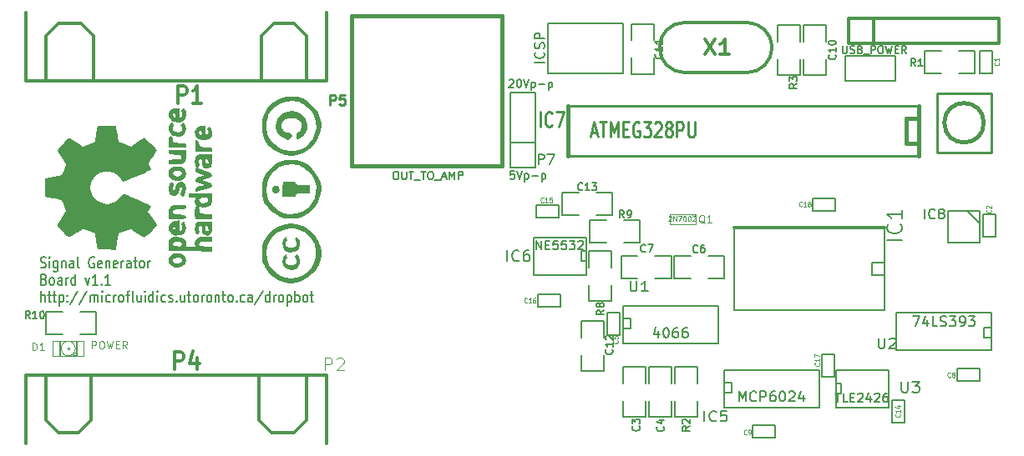
<source format=gto>
G04 (created by PCBNEW (2013-07-07 BZR 4022)-stable) date 12/17/2013 9:25:27 PM*
%MOIN*%
G04 Gerber Fmt 3.4, Leading zero omitted, Abs format*
%FSLAX34Y34*%
G01*
G70*
G90*
G04 APERTURE LIST*
%ADD10C,0.00590551*%
%ADD11C,0.00787402*%
%ADD12C,0.00738189*%
%ADD13C,0.012*%
%ADD14C,0.005*%
%ADD15C,0.008*%
%ADD16C,0.015*%
%ADD17C,0.01*%
%ADD18C,0.0175*%
%ADD19C,0.0026*%
%ADD20C,0.004*%
%ADD21C,0.0001*%
%ADD22C,0.006*%
%ADD23C,0.0125*%
%ADD24C,0.0031*%
%ADD25C,0.0035*%
%ADD26C,0.0045*%
%ADD27C,0.01125*%
%ADD28C,0.0113*%
%ADD29C,0.0047*%
%ADD30C,0.0039*%
G04 APERTURE END LIST*
G54D10*
G54D11*
X24637Y-16612D02*
X24697Y-16612D01*
X24727Y-16627D01*
X24757Y-16657D01*
X24772Y-16717D01*
X24772Y-16822D01*
X24757Y-16882D01*
X24727Y-16912D01*
X24697Y-16927D01*
X24637Y-16927D01*
X24607Y-16912D01*
X24577Y-16882D01*
X24562Y-16822D01*
X24562Y-16717D01*
X24577Y-16657D01*
X24607Y-16627D01*
X24637Y-16612D01*
X24907Y-16612D02*
X24907Y-16867D01*
X24922Y-16897D01*
X24937Y-16912D01*
X24967Y-16927D01*
X25027Y-16927D01*
X25057Y-16912D01*
X25072Y-16897D01*
X25087Y-16867D01*
X25087Y-16612D01*
X25192Y-16612D02*
X25372Y-16612D01*
X25282Y-16927D02*
X25282Y-16612D01*
X25402Y-16957D02*
X25642Y-16957D01*
X25672Y-16612D02*
X25852Y-16612D01*
X25762Y-16927D02*
X25762Y-16612D01*
X26017Y-16612D02*
X26077Y-16612D01*
X26107Y-16627D01*
X26137Y-16657D01*
X26152Y-16717D01*
X26152Y-16822D01*
X26137Y-16882D01*
X26107Y-16912D01*
X26077Y-16927D01*
X26017Y-16927D01*
X25987Y-16912D01*
X25957Y-16882D01*
X25942Y-16822D01*
X25942Y-16717D01*
X25957Y-16657D01*
X25987Y-16627D01*
X26017Y-16612D01*
X26212Y-16957D02*
X26452Y-16957D01*
X26512Y-16837D02*
X26662Y-16837D01*
X26482Y-16927D02*
X26587Y-16612D01*
X26692Y-16927D01*
X26797Y-16927D02*
X26797Y-16612D01*
X26902Y-16837D01*
X27007Y-16612D01*
X27007Y-16927D01*
X27157Y-16927D02*
X27157Y-16612D01*
X27277Y-16612D01*
X27307Y-16627D01*
X27322Y-16642D01*
X27337Y-16672D01*
X27337Y-16717D01*
X27322Y-16747D01*
X27307Y-16762D01*
X27277Y-16777D01*
X27157Y-16777D01*
X30599Y-12261D02*
X30205Y-12261D01*
X30561Y-11848D02*
X30580Y-11867D01*
X30599Y-11923D01*
X30599Y-11961D01*
X30580Y-12017D01*
X30543Y-12054D01*
X30505Y-12073D01*
X30430Y-12092D01*
X30374Y-12092D01*
X30299Y-12073D01*
X30261Y-12054D01*
X30224Y-12017D01*
X30205Y-11961D01*
X30205Y-11923D01*
X30224Y-11867D01*
X30243Y-11848D01*
X30580Y-11698D02*
X30599Y-11642D01*
X30599Y-11548D01*
X30580Y-11511D01*
X30561Y-11492D01*
X30524Y-11473D01*
X30486Y-11473D01*
X30449Y-11492D01*
X30430Y-11511D01*
X30411Y-11548D01*
X30393Y-11623D01*
X30374Y-11661D01*
X30355Y-11680D01*
X30318Y-11698D01*
X30280Y-11698D01*
X30243Y-11680D01*
X30224Y-11661D01*
X30205Y-11623D01*
X30205Y-11530D01*
X30224Y-11473D01*
X30599Y-11305D02*
X30205Y-11305D01*
X30205Y-11155D01*
X30224Y-11117D01*
X30243Y-11098D01*
X30280Y-11080D01*
X30336Y-11080D01*
X30374Y-11098D01*
X30393Y-11117D01*
X30411Y-11155D01*
X30411Y-11305D01*
X29195Y-12972D02*
X29210Y-12957D01*
X29240Y-12942D01*
X29315Y-12942D01*
X29345Y-12957D01*
X29360Y-12972D01*
X29375Y-13002D01*
X29375Y-13032D01*
X29360Y-13077D01*
X29180Y-13257D01*
X29375Y-13257D01*
X29570Y-12942D02*
X29600Y-12942D01*
X29630Y-12957D01*
X29645Y-12972D01*
X29660Y-13002D01*
X29675Y-13062D01*
X29675Y-13137D01*
X29660Y-13197D01*
X29645Y-13227D01*
X29630Y-13242D01*
X29600Y-13257D01*
X29570Y-13257D01*
X29540Y-13242D01*
X29525Y-13227D01*
X29510Y-13197D01*
X29495Y-13137D01*
X29495Y-13062D01*
X29510Y-13002D01*
X29525Y-12972D01*
X29540Y-12957D01*
X29570Y-12942D01*
X29765Y-12942D02*
X29870Y-13257D01*
X29975Y-12942D01*
X30079Y-13047D02*
X30079Y-13362D01*
X30079Y-13062D02*
X30109Y-13047D01*
X30169Y-13047D01*
X30199Y-13062D01*
X30214Y-13077D01*
X30229Y-13107D01*
X30229Y-13197D01*
X30214Y-13227D01*
X30199Y-13242D01*
X30169Y-13257D01*
X30109Y-13257D01*
X30079Y-13242D01*
X30364Y-13137D02*
X30604Y-13137D01*
X30754Y-13047D02*
X30754Y-13362D01*
X30754Y-13062D02*
X30784Y-13047D01*
X30844Y-13047D01*
X30874Y-13062D01*
X30889Y-13077D01*
X30904Y-13107D01*
X30904Y-13197D01*
X30889Y-13227D01*
X30874Y-13242D01*
X30844Y-13257D01*
X30784Y-13257D01*
X30754Y-13242D01*
X29390Y-16602D02*
X29240Y-16602D01*
X29225Y-16752D01*
X29240Y-16737D01*
X29270Y-16722D01*
X29345Y-16722D01*
X29375Y-16737D01*
X29390Y-16752D01*
X29405Y-16782D01*
X29405Y-16857D01*
X29390Y-16887D01*
X29375Y-16902D01*
X29345Y-16917D01*
X29270Y-16917D01*
X29240Y-16902D01*
X29225Y-16887D01*
X29495Y-16602D02*
X29600Y-16917D01*
X29705Y-16602D01*
X29810Y-16707D02*
X29810Y-17022D01*
X29810Y-16722D02*
X29840Y-16707D01*
X29900Y-16707D01*
X29930Y-16722D01*
X29944Y-16737D01*
X29959Y-16767D01*
X29959Y-16857D01*
X29944Y-16887D01*
X29930Y-16902D01*
X29900Y-16917D01*
X29840Y-16917D01*
X29810Y-16902D01*
X30094Y-16797D02*
X30334Y-16797D01*
X30484Y-16707D02*
X30484Y-17022D01*
X30484Y-16722D02*
X30514Y-16707D01*
X30574Y-16707D01*
X30604Y-16722D01*
X30619Y-16737D01*
X30634Y-16767D01*
X30634Y-16857D01*
X30619Y-16887D01*
X30604Y-16902D01*
X30574Y-16917D01*
X30514Y-16917D01*
X30484Y-16902D01*
G54D12*
X10492Y-20454D02*
X10543Y-20475D01*
X10627Y-20475D01*
X10661Y-20454D01*
X10678Y-20434D01*
X10694Y-20392D01*
X10694Y-20351D01*
X10678Y-20310D01*
X10661Y-20289D01*
X10627Y-20269D01*
X10559Y-20248D01*
X10526Y-20227D01*
X10509Y-20207D01*
X10492Y-20165D01*
X10492Y-20124D01*
X10509Y-20083D01*
X10526Y-20062D01*
X10559Y-20042D01*
X10644Y-20042D01*
X10694Y-20062D01*
X10846Y-20475D02*
X10846Y-20186D01*
X10846Y-20042D02*
X10829Y-20062D01*
X10846Y-20083D01*
X10863Y-20062D01*
X10846Y-20042D01*
X10846Y-20083D01*
X11167Y-20186D02*
X11167Y-20537D01*
X11150Y-20578D01*
X11133Y-20599D01*
X11099Y-20619D01*
X11049Y-20619D01*
X11015Y-20599D01*
X11167Y-20454D02*
X11133Y-20475D01*
X11066Y-20475D01*
X11032Y-20454D01*
X11015Y-20434D01*
X10998Y-20392D01*
X10998Y-20269D01*
X11015Y-20227D01*
X11032Y-20207D01*
X11066Y-20186D01*
X11133Y-20186D01*
X11167Y-20207D01*
X11336Y-20186D02*
X11336Y-20475D01*
X11336Y-20227D02*
X11353Y-20207D01*
X11386Y-20186D01*
X11437Y-20186D01*
X11471Y-20207D01*
X11487Y-20248D01*
X11487Y-20475D01*
X11808Y-20475D02*
X11808Y-20248D01*
X11791Y-20207D01*
X11757Y-20186D01*
X11690Y-20186D01*
X11656Y-20207D01*
X11808Y-20454D02*
X11774Y-20475D01*
X11690Y-20475D01*
X11656Y-20454D01*
X11639Y-20413D01*
X11639Y-20372D01*
X11656Y-20330D01*
X11690Y-20310D01*
X11774Y-20310D01*
X11808Y-20289D01*
X12027Y-20475D02*
X11994Y-20454D01*
X11977Y-20413D01*
X11977Y-20042D01*
X12618Y-20062D02*
X12584Y-20042D01*
X12534Y-20042D01*
X12483Y-20062D01*
X12449Y-20104D01*
X12432Y-20145D01*
X12416Y-20227D01*
X12416Y-20289D01*
X12432Y-20372D01*
X12449Y-20413D01*
X12483Y-20454D01*
X12534Y-20475D01*
X12567Y-20475D01*
X12618Y-20454D01*
X12635Y-20434D01*
X12635Y-20289D01*
X12567Y-20289D01*
X12922Y-20454D02*
X12888Y-20475D01*
X12820Y-20475D01*
X12787Y-20454D01*
X12770Y-20413D01*
X12770Y-20248D01*
X12787Y-20207D01*
X12820Y-20186D01*
X12888Y-20186D01*
X12922Y-20207D01*
X12939Y-20248D01*
X12939Y-20289D01*
X12770Y-20330D01*
X13090Y-20186D02*
X13090Y-20475D01*
X13090Y-20227D02*
X13107Y-20207D01*
X13141Y-20186D01*
X13192Y-20186D01*
X13225Y-20207D01*
X13242Y-20248D01*
X13242Y-20475D01*
X13546Y-20454D02*
X13512Y-20475D01*
X13445Y-20475D01*
X13411Y-20454D01*
X13394Y-20413D01*
X13394Y-20248D01*
X13411Y-20207D01*
X13445Y-20186D01*
X13512Y-20186D01*
X13546Y-20207D01*
X13563Y-20248D01*
X13563Y-20289D01*
X13394Y-20330D01*
X13715Y-20475D02*
X13715Y-20186D01*
X13715Y-20269D02*
X13732Y-20227D01*
X13748Y-20207D01*
X13782Y-20186D01*
X13816Y-20186D01*
X14086Y-20475D02*
X14086Y-20248D01*
X14069Y-20207D01*
X14035Y-20186D01*
X13968Y-20186D01*
X13934Y-20207D01*
X14086Y-20454D02*
X14052Y-20475D01*
X13968Y-20475D01*
X13934Y-20454D01*
X13917Y-20413D01*
X13917Y-20372D01*
X13934Y-20330D01*
X13968Y-20310D01*
X14052Y-20310D01*
X14086Y-20289D01*
X14204Y-20186D02*
X14339Y-20186D01*
X14255Y-20042D02*
X14255Y-20413D01*
X14272Y-20454D01*
X14305Y-20475D01*
X14339Y-20475D01*
X14508Y-20475D02*
X14474Y-20454D01*
X14457Y-20434D01*
X14440Y-20392D01*
X14440Y-20269D01*
X14457Y-20227D01*
X14474Y-20207D01*
X14508Y-20186D01*
X14558Y-20186D01*
X14592Y-20207D01*
X14609Y-20227D01*
X14626Y-20269D01*
X14626Y-20392D01*
X14609Y-20434D01*
X14592Y-20454D01*
X14558Y-20475D01*
X14508Y-20475D01*
X14778Y-20475D02*
X14778Y-20186D01*
X14778Y-20269D02*
X14795Y-20227D01*
X14811Y-20207D01*
X14845Y-20186D01*
X14879Y-20186D01*
X10627Y-20928D02*
X10678Y-20949D01*
X10694Y-20969D01*
X10711Y-21011D01*
X10711Y-21072D01*
X10694Y-21114D01*
X10678Y-21134D01*
X10644Y-21155D01*
X10509Y-21155D01*
X10509Y-20722D01*
X10627Y-20722D01*
X10661Y-20742D01*
X10678Y-20763D01*
X10694Y-20804D01*
X10694Y-20846D01*
X10678Y-20887D01*
X10661Y-20907D01*
X10627Y-20928D01*
X10509Y-20928D01*
X10914Y-21155D02*
X10880Y-21134D01*
X10863Y-21114D01*
X10846Y-21072D01*
X10846Y-20949D01*
X10863Y-20907D01*
X10880Y-20887D01*
X10914Y-20866D01*
X10964Y-20866D01*
X10998Y-20887D01*
X11015Y-20907D01*
X11032Y-20949D01*
X11032Y-21072D01*
X11015Y-21114D01*
X10998Y-21134D01*
X10964Y-21155D01*
X10914Y-21155D01*
X11336Y-21155D02*
X11336Y-20928D01*
X11319Y-20887D01*
X11285Y-20866D01*
X11218Y-20866D01*
X11184Y-20887D01*
X11336Y-21134D02*
X11302Y-21155D01*
X11218Y-21155D01*
X11184Y-21134D01*
X11167Y-21093D01*
X11167Y-21052D01*
X11184Y-21011D01*
X11218Y-20990D01*
X11302Y-20990D01*
X11336Y-20969D01*
X11504Y-21155D02*
X11504Y-20866D01*
X11504Y-20949D02*
X11521Y-20907D01*
X11538Y-20887D01*
X11572Y-20866D01*
X11606Y-20866D01*
X11876Y-21155D02*
X11876Y-20722D01*
X11876Y-21134D02*
X11842Y-21155D01*
X11774Y-21155D01*
X11741Y-21134D01*
X11724Y-21114D01*
X11707Y-21072D01*
X11707Y-20949D01*
X11724Y-20907D01*
X11741Y-20887D01*
X11774Y-20866D01*
X11842Y-20866D01*
X11876Y-20887D01*
X12281Y-20866D02*
X12365Y-21155D01*
X12449Y-20866D01*
X12770Y-21155D02*
X12567Y-21155D01*
X12669Y-21155D02*
X12669Y-20722D01*
X12635Y-20784D01*
X12601Y-20825D01*
X12567Y-20846D01*
X12922Y-21114D02*
X12939Y-21134D01*
X12922Y-21155D01*
X12905Y-21134D01*
X12922Y-21114D01*
X12922Y-21155D01*
X13276Y-21155D02*
X13074Y-21155D01*
X13175Y-21155D02*
X13175Y-20722D01*
X13141Y-20784D01*
X13107Y-20825D01*
X13074Y-20846D01*
X10509Y-21835D02*
X10509Y-21402D01*
X10661Y-21835D02*
X10661Y-21608D01*
X10644Y-21567D01*
X10610Y-21546D01*
X10559Y-21546D01*
X10526Y-21567D01*
X10509Y-21588D01*
X10779Y-21546D02*
X10914Y-21546D01*
X10829Y-21402D02*
X10829Y-21773D01*
X10846Y-21814D01*
X10880Y-21835D01*
X10914Y-21835D01*
X10981Y-21546D02*
X11116Y-21546D01*
X11032Y-21402D02*
X11032Y-21773D01*
X11049Y-21814D01*
X11083Y-21835D01*
X11116Y-21835D01*
X11234Y-21546D02*
X11234Y-21979D01*
X11234Y-21567D02*
X11268Y-21546D01*
X11336Y-21546D01*
X11369Y-21567D01*
X11386Y-21588D01*
X11403Y-21629D01*
X11403Y-21753D01*
X11386Y-21794D01*
X11369Y-21814D01*
X11336Y-21835D01*
X11268Y-21835D01*
X11234Y-21814D01*
X11555Y-21794D02*
X11572Y-21814D01*
X11555Y-21835D01*
X11538Y-21814D01*
X11555Y-21794D01*
X11555Y-21835D01*
X11555Y-21567D02*
X11572Y-21588D01*
X11555Y-21608D01*
X11538Y-21588D01*
X11555Y-21567D01*
X11555Y-21608D01*
X11977Y-21381D02*
X11673Y-21938D01*
X12348Y-21381D02*
X12044Y-21938D01*
X12466Y-21835D02*
X12466Y-21546D01*
X12466Y-21588D02*
X12483Y-21567D01*
X12517Y-21546D01*
X12567Y-21546D01*
X12601Y-21567D01*
X12618Y-21608D01*
X12618Y-21835D01*
X12618Y-21608D02*
X12635Y-21567D01*
X12669Y-21546D01*
X12719Y-21546D01*
X12753Y-21567D01*
X12770Y-21608D01*
X12770Y-21835D01*
X12939Y-21835D02*
X12939Y-21546D01*
X12939Y-21402D02*
X12922Y-21423D01*
X12939Y-21443D01*
X12955Y-21423D01*
X12939Y-21402D01*
X12939Y-21443D01*
X13259Y-21814D02*
X13225Y-21835D01*
X13158Y-21835D01*
X13124Y-21814D01*
X13107Y-21794D01*
X13090Y-21753D01*
X13090Y-21629D01*
X13107Y-21588D01*
X13124Y-21567D01*
X13158Y-21546D01*
X13225Y-21546D01*
X13259Y-21567D01*
X13411Y-21835D02*
X13411Y-21546D01*
X13411Y-21629D02*
X13428Y-21588D01*
X13445Y-21567D01*
X13478Y-21546D01*
X13512Y-21546D01*
X13681Y-21835D02*
X13647Y-21814D01*
X13630Y-21794D01*
X13613Y-21753D01*
X13613Y-21629D01*
X13630Y-21588D01*
X13647Y-21567D01*
X13681Y-21546D01*
X13732Y-21546D01*
X13765Y-21567D01*
X13782Y-21588D01*
X13799Y-21629D01*
X13799Y-21753D01*
X13782Y-21794D01*
X13765Y-21814D01*
X13732Y-21835D01*
X13681Y-21835D01*
X13900Y-21546D02*
X14035Y-21546D01*
X13951Y-21835D02*
X13951Y-21464D01*
X13968Y-21423D01*
X14002Y-21402D01*
X14035Y-21402D01*
X14204Y-21835D02*
X14170Y-21814D01*
X14153Y-21773D01*
X14153Y-21402D01*
X14491Y-21546D02*
X14491Y-21835D01*
X14339Y-21546D02*
X14339Y-21773D01*
X14356Y-21814D01*
X14390Y-21835D01*
X14440Y-21835D01*
X14474Y-21814D01*
X14491Y-21794D01*
X14660Y-21835D02*
X14660Y-21546D01*
X14660Y-21402D02*
X14643Y-21423D01*
X14660Y-21443D01*
X14676Y-21423D01*
X14660Y-21402D01*
X14660Y-21443D01*
X14980Y-21835D02*
X14980Y-21402D01*
X14980Y-21814D02*
X14946Y-21835D01*
X14879Y-21835D01*
X14845Y-21814D01*
X14828Y-21794D01*
X14811Y-21753D01*
X14811Y-21629D01*
X14828Y-21588D01*
X14845Y-21567D01*
X14879Y-21546D01*
X14946Y-21546D01*
X14980Y-21567D01*
X15149Y-21835D02*
X15149Y-21546D01*
X15149Y-21402D02*
X15132Y-21423D01*
X15149Y-21443D01*
X15166Y-21423D01*
X15149Y-21402D01*
X15149Y-21443D01*
X15469Y-21814D02*
X15436Y-21835D01*
X15368Y-21835D01*
X15335Y-21814D01*
X15318Y-21794D01*
X15301Y-21753D01*
X15301Y-21629D01*
X15318Y-21588D01*
X15335Y-21567D01*
X15368Y-21546D01*
X15436Y-21546D01*
X15469Y-21567D01*
X15604Y-21814D02*
X15638Y-21835D01*
X15706Y-21835D01*
X15739Y-21814D01*
X15756Y-21773D01*
X15756Y-21753D01*
X15739Y-21711D01*
X15706Y-21691D01*
X15655Y-21691D01*
X15621Y-21670D01*
X15604Y-21629D01*
X15604Y-21608D01*
X15621Y-21567D01*
X15655Y-21546D01*
X15706Y-21546D01*
X15739Y-21567D01*
X15908Y-21794D02*
X15925Y-21814D01*
X15908Y-21835D01*
X15891Y-21814D01*
X15908Y-21794D01*
X15908Y-21835D01*
X16229Y-21546D02*
X16229Y-21835D01*
X16077Y-21546D02*
X16077Y-21773D01*
X16094Y-21814D01*
X16128Y-21835D01*
X16178Y-21835D01*
X16212Y-21814D01*
X16229Y-21794D01*
X16347Y-21546D02*
X16482Y-21546D01*
X16398Y-21402D02*
X16398Y-21773D01*
X16414Y-21814D01*
X16448Y-21835D01*
X16482Y-21835D01*
X16651Y-21835D02*
X16617Y-21814D01*
X16600Y-21794D01*
X16583Y-21753D01*
X16583Y-21629D01*
X16600Y-21588D01*
X16617Y-21567D01*
X16651Y-21546D01*
X16701Y-21546D01*
X16735Y-21567D01*
X16752Y-21588D01*
X16769Y-21629D01*
X16769Y-21753D01*
X16752Y-21794D01*
X16735Y-21814D01*
X16701Y-21835D01*
X16651Y-21835D01*
X16921Y-21835D02*
X16921Y-21546D01*
X16921Y-21629D02*
X16937Y-21588D01*
X16954Y-21567D01*
X16988Y-21546D01*
X17022Y-21546D01*
X17191Y-21835D02*
X17157Y-21814D01*
X17140Y-21794D01*
X17123Y-21753D01*
X17123Y-21629D01*
X17140Y-21588D01*
X17157Y-21567D01*
X17191Y-21546D01*
X17241Y-21546D01*
X17275Y-21567D01*
X17292Y-21588D01*
X17309Y-21629D01*
X17309Y-21753D01*
X17292Y-21794D01*
X17275Y-21814D01*
X17241Y-21835D01*
X17191Y-21835D01*
X17460Y-21546D02*
X17460Y-21835D01*
X17460Y-21588D02*
X17477Y-21567D01*
X17511Y-21546D01*
X17562Y-21546D01*
X17595Y-21567D01*
X17612Y-21608D01*
X17612Y-21835D01*
X17730Y-21546D02*
X17865Y-21546D01*
X17781Y-21402D02*
X17781Y-21773D01*
X17798Y-21814D01*
X17832Y-21835D01*
X17865Y-21835D01*
X18034Y-21835D02*
X18000Y-21814D01*
X17984Y-21794D01*
X17967Y-21753D01*
X17967Y-21629D01*
X17984Y-21588D01*
X18000Y-21567D01*
X18034Y-21546D01*
X18085Y-21546D01*
X18119Y-21567D01*
X18135Y-21588D01*
X18152Y-21629D01*
X18152Y-21753D01*
X18135Y-21794D01*
X18119Y-21814D01*
X18085Y-21835D01*
X18034Y-21835D01*
X18304Y-21794D02*
X18321Y-21814D01*
X18304Y-21835D01*
X18287Y-21814D01*
X18304Y-21794D01*
X18304Y-21835D01*
X18625Y-21814D02*
X18591Y-21835D01*
X18523Y-21835D01*
X18490Y-21814D01*
X18473Y-21794D01*
X18456Y-21753D01*
X18456Y-21629D01*
X18473Y-21588D01*
X18490Y-21567D01*
X18523Y-21546D01*
X18591Y-21546D01*
X18625Y-21567D01*
X18928Y-21835D02*
X18928Y-21608D01*
X18912Y-21567D01*
X18878Y-21546D01*
X18810Y-21546D01*
X18777Y-21567D01*
X18928Y-21814D02*
X18895Y-21835D01*
X18810Y-21835D01*
X18777Y-21814D01*
X18760Y-21773D01*
X18760Y-21732D01*
X18777Y-21691D01*
X18810Y-21670D01*
X18895Y-21670D01*
X18928Y-21649D01*
X19350Y-21381D02*
X19047Y-21938D01*
X19620Y-21835D02*
X19620Y-21402D01*
X19620Y-21814D02*
X19586Y-21835D01*
X19519Y-21835D01*
X19485Y-21814D01*
X19468Y-21794D01*
X19451Y-21753D01*
X19451Y-21629D01*
X19468Y-21588D01*
X19485Y-21567D01*
X19519Y-21546D01*
X19586Y-21546D01*
X19620Y-21567D01*
X19789Y-21835D02*
X19789Y-21546D01*
X19789Y-21629D02*
X19806Y-21588D01*
X19823Y-21567D01*
X19856Y-21546D01*
X19890Y-21546D01*
X20059Y-21835D02*
X20025Y-21814D01*
X20008Y-21794D01*
X19991Y-21753D01*
X19991Y-21629D01*
X20008Y-21588D01*
X20025Y-21567D01*
X20059Y-21546D01*
X20110Y-21546D01*
X20143Y-21567D01*
X20160Y-21588D01*
X20177Y-21629D01*
X20177Y-21753D01*
X20160Y-21794D01*
X20143Y-21814D01*
X20110Y-21835D01*
X20059Y-21835D01*
X20329Y-21546D02*
X20329Y-21979D01*
X20329Y-21567D02*
X20363Y-21546D01*
X20430Y-21546D01*
X20464Y-21567D01*
X20481Y-21588D01*
X20498Y-21629D01*
X20498Y-21753D01*
X20481Y-21794D01*
X20464Y-21814D01*
X20430Y-21835D01*
X20363Y-21835D01*
X20329Y-21814D01*
X20649Y-21835D02*
X20649Y-21402D01*
X20649Y-21567D02*
X20683Y-21546D01*
X20751Y-21546D01*
X20784Y-21567D01*
X20801Y-21588D01*
X20818Y-21629D01*
X20818Y-21753D01*
X20801Y-21794D01*
X20784Y-21814D01*
X20751Y-21835D01*
X20683Y-21835D01*
X20649Y-21814D01*
X21021Y-21835D02*
X20987Y-21814D01*
X20970Y-21794D01*
X20953Y-21753D01*
X20953Y-21629D01*
X20970Y-21588D01*
X20987Y-21567D01*
X21021Y-21546D01*
X21071Y-21546D01*
X21105Y-21567D01*
X21122Y-21588D01*
X21139Y-21629D01*
X21139Y-21753D01*
X21122Y-21794D01*
X21105Y-21814D01*
X21071Y-21835D01*
X21021Y-21835D01*
X21240Y-21546D02*
X21375Y-21546D01*
X21291Y-21402D02*
X21291Y-21773D01*
X21308Y-21814D01*
X21341Y-21835D01*
X21375Y-21835D01*
G54D13*
X12500Y-24750D02*
X12500Y-26550D01*
X12500Y-26550D02*
X12000Y-27050D01*
X12000Y-27050D02*
X11200Y-27050D01*
X11200Y-27050D02*
X10700Y-26550D01*
X10700Y-26550D02*
X10700Y-24750D01*
X21100Y-24750D02*
X21100Y-26550D01*
X21100Y-26550D02*
X20600Y-27050D01*
X20600Y-27050D02*
X19700Y-27050D01*
X19700Y-27050D02*
X19200Y-26550D01*
X19200Y-26550D02*
X19200Y-24750D01*
X21900Y-24750D02*
X21900Y-27500D01*
X21900Y-24750D02*
X9900Y-24750D01*
X9900Y-24750D02*
X9900Y-27500D01*
X19300Y-13000D02*
X19300Y-11200D01*
X19300Y-11200D02*
X19800Y-10700D01*
X19800Y-10700D02*
X20600Y-10700D01*
X20600Y-10700D02*
X21100Y-11200D01*
X21100Y-11200D02*
X21100Y-13000D01*
X10700Y-13000D02*
X10700Y-11200D01*
X10700Y-11200D02*
X11200Y-10700D01*
X11200Y-10700D02*
X12100Y-10700D01*
X12100Y-10700D02*
X12600Y-11200D01*
X12600Y-11200D02*
X12600Y-13000D01*
X9900Y-13000D02*
X9900Y-10250D01*
X9900Y-13000D02*
X21900Y-13000D01*
X21900Y-13000D02*
X21900Y-10250D01*
G54D14*
X32250Y-19300D02*
X32250Y-19250D01*
X32250Y-19250D02*
X30150Y-19250D01*
X30150Y-20750D02*
X32250Y-20750D01*
X32250Y-20750D02*
X32250Y-19300D01*
X32250Y-20200D02*
X32050Y-20200D01*
X32050Y-20200D02*
X32050Y-19800D01*
X32050Y-19800D02*
X32250Y-19800D01*
X30150Y-20750D02*
X30150Y-19250D01*
G54D15*
X37750Y-24550D02*
X41550Y-24550D01*
X41550Y-24550D02*
X41550Y-26050D01*
X41550Y-26050D02*
X37750Y-26050D01*
X37750Y-26050D02*
X37750Y-24550D01*
X37750Y-25050D02*
X38050Y-25050D01*
X38050Y-25050D02*
X38050Y-25450D01*
X38050Y-25450D02*
X37750Y-25450D01*
G54D14*
X34060Y-12720D02*
X34960Y-12720D01*
X34960Y-12720D02*
X34960Y-12070D01*
X34060Y-11370D02*
X34060Y-10720D01*
X34060Y-10720D02*
X34960Y-10720D01*
X34960Y-10720D02*
X34960Y-11370D01*
X34060Y-12070D02*
X34060Y-12720D01*
X31300Y-17450D02*
X31300Y-18350D01*
X31300Y-18350D02*
X31950Y-18350D01*
X32650Y-17450D02*
X33300Y-17450D01*
X33300Y-17450D02*
X33300Y-18350D01*
X33300Y-18350D02*
X32650Y-18350D01*
X31950Y-17450D02*
X31300Y-17450D01*
X48470Y-11780D02*
X48470Y-12680D01*
X48470Y-12680D02*
X47970Y-12680D01*
X47970Y-12680D02*
X47970Y-11780D01*
X47970Y-11780D02*
X48470Y-11780D01*
X48090Y-19220D02*
X48090Y-18320D01*
X48090Y-18320D02*
X48590Y-18320D01*
X48590Y-18320D02*
X48590Y-19220D01*
X48590Y-19220D02*
X48090Y-19220D01*
X47060Y-24480D02*
X47960Y-24480D01*
X47960Y-24480D02*
X47960Y-24980D01*
X47960Y-24980D02*
X47060Y-24980D01*
X47060Y-24980D02*
X47060Y-24480D01*
G54D16*
X22900Y-16400D02*
X28900Y-16400D01*
X28900Y-16400D02*
X28900Y-10400D01*
X28900Y-10400D02*
X22900Y-10400D01*
X22900Y-10400D02*
X22900Y-16400D01*
G54D17*
X48423Y-13489D02*
X48423Y-15851D01*
X48423Y-15851D02*
X46257Y-15851D01*
X46257Y-15851D02*
X46257Y-13489D01*
X46257Y-13489D02*
X48423Y-13489D01*
G54D18*
X48127Y-14670D02*
G75*
G03X48127Y-14670I-787J0D01*
G74*
G01*
G54D14*
X34400Y-19450D02*
X34400Y-18550D01*
X34400Y-18550D02*
X33750Y-18550D01*
X33050Y-19450D02*
X32400Y-19450D01*
X32400Y-19450D02*
X32400Y-18550D01*
X32400Y-18550D02*
X33050Y-18550D01*
X33750Y-19450D02*
X34400Y-19450D01*
X32350Y-21800D02*
X33250Y-21800D01*
X33250Y-21800D02*
X33250Y-21150D01*
X32350Y-20450D02*
X32350Y-19800D01*
X32350Y-19800D02*
X33250Y-19800D01*
X33250Y-19800D02*
X33250Y-20450D01*
X32350Y-21150D02*
X32350Y-21800D01*
G54D15*
X30730Y-10700D02*
X33730Y-10700D01*
X33730Y-12700D02*
X30730Y-12700D01*
X30730Y-12700D02*
X30730Y-10700D01*
X33730Y-10700D02*
X33730Y-12700D01*
G54D13*
X42720Y-11480D02*
X42720Y-10480D01*
X42720Y-10480D02*
X48720Y-10480D01*
X48720Y-10480D02*
X48720Y-11480D01*
X48720Y-11480D02*
X42720Y-11480D01*
X43720Y-11480D02*
X43720Y-10480D01*
G54D17*
X31540Y-14000D02*
X45540Y-14000D01*
X45540Y-16000D02*
X31540Y-16000D01*
G54D16*
X31540Y-16000D02*
X31540Y-14000D01*
X45540Y-14000D02*
X45540Y-16000D01*
X45540Y-15500D02*
X45040Y-15500D01*
X45040Y-15500D02*
X45040Y-14500D01*
X45040Y-14500D02*
X45540Y-14500D01*
G54D15*
X47455Y-18205D02*
X47955Y-18680D01*
X47955Y-18205D02*
X46705Y-18205D01*
X46705Y-18205D02*
X46705Y-19455D01*
X46705Y-19455D02*
X47955Y-19455D01*
X47955Y-19455D02*
X47955Y-18205D01*
G54D14*
X30250Y-17950D02*
X31150Y-17950D01*
X31150Y-17950D02*
X31150Y-18450D01*
X31150Y-18450D02*
X30250Y-18450D01*
X30250Y-18450D02*
X30250Y-17950D01*
X30340Y-21540D02*
X31240Y-21540D01*
X31240Y-21540D02*
X31240Y-22040D01*
X31240Y-22040D02*
X30340Y-22040D01*
X30340Y-22040D02*
X30340Y-21540D01*
X41840Y-10770D02*
X40940Y-10770D01*
X40940Y-10770D02*
X40940Y-11420D01*
X41840Y-12120D02*
X41840Y-12770D01*
X41840Y-12770D02*
X40940Y-12770D01*
X40940Y-12770D02*
X40940Y-12120D01*
X41840Y-11420D02*
X41840Y-10770D01*
X10700Y-22230D02*
X10700Y-23130D01*
X10700Y-23130D02*
X11350Y-23130D01*
X12050Y-22230D02*
X12700Y-22230D01*
X12700Y-22230D02*
X12700Y-23130D01*
X12700Y-23130D02*
X12050Y-23130D01*
X11350Y-22230D02*
X10700Y-22230D01*
G54D19*
X11551Y-23739D02*
X11629Y-23739D01*
X11629Y-23739D02*
X11629Y-23661D01*
X11551Y-23661D02*
X11629Y-23661D01*
X11551Y-23739D02*
X11551Y-23661D01*
X11767Y-23975D02*
X11904Y-23975D01*
X11904Y-23975D02*
X11904Y-23877D01*
X11767Y-23877D02*
X11904Y-23877D01*
X11767Y-23975D02*
X11767Y-23877D01*
X11904Y-23975D02*
X11944Y-23975D01*
X11944Y-23975D02*
X11944Y-23504D01*
X11904Y-23504D02*
X11944Y-23504D01*
X11904Y-23975D02*
X11904Y-23504D01*
X11904Y-23484D02*
X11944Y-23484D01*
X11944Y-23484D02*
X11944Y-23425D01*
X11904Y-23425D02*
X11944Y-23425D01*
X11904Y-23484D02*
X11904Y-23425D01*
X11236Y-23975D02*
X11276Y-23975D01*
X11276Y-23975D02*
X11276Y-23504D01*
X11236Y-23504D02*
X11276Y-23504D01*
X11236Y-23975D02*
X11236Y-23504D01*
X11236Y-23484D02*
X11276Y-23484D01*
X11276Y-23484D02*
X11276Y-23425D01*
X11236Y-23425D02*
X11276Y-23425D01*
X11236Y-23484D02*
X11236Y-23425D01*
X11767Y-23975D02*
X11826Y-23975D01*
X11826Y-23975D02*
X11826Y-23877D01*
X11767Y-23877D02*
X11826Y-23877D01*
X11767Y-23975D02*
X11767Y-23877D01*
G54D20*
X12200Y-23995D02*
X10980Y-23995D01*
X10980Y-23995D02*
X10980Y-23405D01*
X10980Y-23405D02*
X12200Y-23405D01*
X12200Y-23405D02*
X12200Y-23995D01*
X11374Y-23896D02*
G75*
G03X11806Y-23895I215J196D01*
G74*
G01*
X11374Y-23503D02*
G75*
G03X11373Y-23895I215J-196D01*
G74*
G01*
X11805Y-23503D02*
G75*
G03X11373Y-23504I-215J-196D01*
G74*
G01*
X11805Y-23896D02*
G75*
G03X11806Y-23504I-215J196D01*
G74*
G01*
G54D21*
G36*
X17325Y-19216D02*
X17325Y-19316D01*
X17325Y-19416D01*
X17092Y-19416D01*
X16964Y-19420D01*
X16887Y-19431D01*
X16844Y-19455D01*
X16827Y-19478D01*
X16812Y-19542D01*
X16850Y-19585D01*
X16944Y-19609D01*
X17098Y-19616D01*
X17325Y-19616D01*
X17325Y-19717D01*
X17325Y-19818D01*
X16466Y-19809D01*
X15608Y-19800D01*
X15600Y-19594D01*
X15604Y-19435D01*
X15636Y-19329D01*
X15706Y-19267D01*
X15822Y-19239D01*
X15934Y-19234D01*
X16098Y-19245D01*
X16207Y-19284D01*
X16269Y-19356D01*
X16284Y-19433D01*
X15941Y-19433D01*
X15842Y-19436D01*
X15793Y-19450D01*
X15776Y-19483D01*
X15775Y-19516D01*
X15783Y-19572D01*
X15823Y-19599D01*
X15903Y-19610D01*
X16028Y-19612D01*
X16097Y-19588D01*
X16120Y-19535D01*
X16119Y-19508D01*
X16104Y-19463D01*
X16066Y-19441D01*
X15987Y-19434D01*
X15941Y-19433D01*
X16284Y-19433D01*
X16291Y-19467D01*
X16291Y-19488D01*
X16291Y-19616D01*
X16471Y-19616D01*
X16651Y-19616D01*
X16648Y-19496D01*
X16661Y-19391D01*
X16720Y-19310D01*
X16736Y-19296D01*
X16795Y-19253D01*
X16861Y-19229D01*
X16957Y-19219D01*
X17076Y-19216D01*
X17325Y-19216D01*
X17325Y-19216D01*
X17325Y-19216D01*
G37*
G36*
X17325Y-18616D02*
X17325Y-18789D01*
X17116Y-18789D01*
X17074Y-18797D01*
X17059Y-18851D01*
X17058Y-18879D01*
X17073Y-18969D01*
X17113Y-19009D01*
X17160Y-18999D01*
X17186Y-18949D01*
X17181Y-18876D01*
X17151Y-18812D01*
X17116Y-18789D01*
X17325Y-18789D01*
X17325Y-18845D01*
X17320Y-18979D01*
X17305Y-19064D01*
X17274Y-19117D01*
X17264Y-19128D01*
X17165Y-19178D01*
X17056Y-19164D01*
X16999Y-19131D01*
X16948Y-19078D01*
X16927Y-18997D01*
X16925Y-18931D01*
X16918Y-18834D01*
X16896Y-18789D01*
X16873Y-18783D01*
X16818Y-18810D01*
X16797Y-18877D01*
X16816Y-18962D01*
X16829Y-19037D01*
X16809Y-19101D01*
X16766Y-19135D01*
X16713Y-19121D01*
X16666Y-19045D01*
X16645Y-18935D01*
X16651Y-18815D01*
X16681Y-18709D01*
X16732Y-18644D01*
X16784Y-18632D01*
X16883Y-18622D01*
X17011Y-18617D01*
X17050Y-18617D01*
X17325Y-18616D01*
X17325Y-18616D01*
X17325Y-18616D01*
G37*
G36*
X17325Y-17483D02*
X17325Y-17655D01*
X16985Y-17655D01*
X16889Y-17671D01*
X16823Y-17714D01*
X16813Y-17732D01*
X16819Y-17796D01*
X16872Y-17851D01*
X16955Y-17882D01*
X16979Y-17883D01*
X17087Y-17866D01*
X17157Y-17824D01*
X17182Y-17768D01*
X17157Y-17711D01*
X17087Y-17671D01*
X16985Y-17655D01*
X17325Y-17655D01*
X17325Y-17716D01*
X17322Y-17841D01*
X17312Y-17918D01*
X17288Y-17965D01*
X17246Y-18000D01*
X17242Y-18002D01*
X17156Y-18037D01*
X17031Y-18047D01*
X16962Y-18045D01*
X16851Y-18041D01*
X16797Y-18049D01*
X16793Y-18068D01*
X16796Y-18073D01*
X16820Y-18138D01*
X16819Y-18173D01*
X16820Y-18242D01*
X16856Y-18286D01*
X16937Y-18309D01*
X17073Y-18316D01*
X17093Y-18316D01*
X17325Y-18316D01*
X17325Y-18416D01*
X17325Y-18516D01*
X16995Y-18516D01*
X16666Y-18516D01*
X16649Y-18325D01*
X16646Y-18179D01*
X16665Y-18082D01*
X16672Y-18069D01*
X16696Y-18005D01*
X16677Y-17932D01*
X16668Y-17914D01*
X16641Y-17812D01*
X16656Y-17737D01*
X16673Y-17683D01*
X16660Y-17658D01*
X16603Y-17650D01*
X16540Y-17650D01*
X16448Y-17646D01*
X16405Y-17629D01*
X16392Y-17588D01*
X16391Y-17566D01*
X16391Y-17483D01*
X16858Y-17483D01*
X17325Y-17483D01*
X17325Y-17483D01*
X17325Y-17483D01*
G37*
G36*
X17325Y-15916D02*
X17325Y-16123D01*
X17116Y-16123D01*
X17071Y-16132D01*
X17058Y-16193D01*
X17058Y-16195D01*
X17075Y-16276D01*
X17118Y-16310D01*
X17160Y-16299D01*
X17186Y-16250D01*
X17177Y-16183D01*
X17138Y-16132D01*
X17116Y-16123D01*
X17325Y-16123D01*
X17325Y-16165D01*
X17322Y-16296D01*
X17312Y-16378D01*
X17291Y-16427D01*
X17253Y-16463D01*
X17250Y-16465D01*
X17142Y-16510D01*
X17046Y-16495D01*
X16971Y-16428D01*
X16930Y-16316D01*
X16925Y-16250D01*
X16917Y-16158D01*
X16890Y-16119D01*
X16873Y-16116D01*
X16819Y-16143D01*
X16796Y-16207D01*
X16816Y-16281D01*
X16817Y-16283D01*
X16834Y-16347D01*
X16802Y-16415D01*
X16768Y-16471D01*
X16763Y-16497D01*
X16798Y-16510D01*
X16881Y-16538D01*
X16997Y-16574D01*
X17041Y-16587D01*
X17173Y-16629D01*
X17254Y-16663D01*
X17297Y-16695D01*
X17315Y-16735D01*
X17318Y-16758D01*
X17319Y-16809D01*
X17296Y-16843D01*
X17235Y-16872D01*
X17135Y-16904D01*
X16941Y-16961D01*
X17125Y-17015D01*
X17231Y-17051D01*
X17289Y-17086D01*
X17314Y-17131D01*
X17318Y-17157D01*
X17319Y-17201D01*
X17302Y-17234D01*
X17254Y-17263D01*
X17165Y-17296D01*
X17052Y-17332D01*
X16918Y-17374D01*
X16805Y-17409D01*
X16730Y-17432D01*
X16716Y-17437D01*
X16674Y-17436D01*
X16659Y-17389D01*
X16658Y-17356D01*
X16663Y-17299D01*
X16688Y-17263D01*
X16749Y-17236D01*
X16850Y-17209D01*
X17041Y-17161D01*
X16850Y-17099D01*
X16740Y-17060D01*
X16681Y-17024D01*
X16659Y-16983D01*
X16658Y-16962D01*
X16669Y-16915D01*
X16711Y-16879D01*
X16798Y-16843D01*
X16847Y-16827D01*
X17036Y-16767D01*
X16855Y-16713D01*
X16749Y-16677D01*
X16692Y-16641D01*
X16668Y-16594D01*
X16664Y-16571D01*
X16667Y-16507D01*
X16687Y-16483D01*
X16699Y-16456D01*
X16680Y-16386D01*
X16672Y-16365D01*
X16640Y-16232D01*
X16651Y-16103D01*
X16700Y-15999D01*
X16736Y-15966D01*
X16822Y-15934D01*
X16970Y-15918D01*
X17065Y-15916D01*
X17325Y-15916D01*
X17325Y-15916D01*
X17325Y-15916D01*
G37*
G36*
X16716Y-15351D02*
X16766Y-15388D01*
X16803Y-15450D01*
X16811Y-15490D01*
X16821Y-15569D01*
X16854Y-15617D01*
X16921Y-15641D01*
X17036Y-15649D01*
X17093Y-15650D01*
X17214Y-15651D01*
X17284Y-15658D01*
X17315Y-15677D01*
X17324Y-15712D01*
X17325Y-15733D01*
X17325Y-15816D01*
X16990Y-15816D01*
X16656Y-15816D01*
X16655Y-15708D01*
X16653Y-15590D01*
X16651Y-15491D01*
X16656Y-15409D01*
X16670Y-15360D01*
X16671Y-15359D01*
X16716Y-15351D01*
X16716Y-15351D01*
X16716Y-15351D01*
G37*
G36*
X17058Y-14783D02*
X17058Y-14983D01*
X16878Y-14983D01*
X16827Y-15010D01*
X16806Y-15070D01*
X16826Y-15134D01*
X16828Y-15137D01*
X16881Y-15180D01*
X16914Y-15160D01*
X16925Y-15083D01*
X16911Y-15006D01*
X16878Y-14983D01*
X17058Y-14983D01*
X17058Y-14986D01*
X17065Y-15111D01*
X17087Y-15171D01*
X17123Y-15167D01*
X17172Y-15106D01*
X17188Y-15039D01*
X17163Y-14979D01*
X17136Y-14918D01*
X17157Y-14871D01*
X17170Y-14857D01*
X17231Y-14824D01*
X17279Y-14851D01*
X17312Y-14933D01*
X17324Y-15065D01*
X17325Y-15071D01*
X17321Y-15178D01*
X17304Y-15242D01*
X17263Y-15286D01*
X17216Y-15317D01*
X17078Y-15371D01*
X16936Y-15377D01*
X16807Y-15338D01*
X16707Y-15258D01*
X16660Y-15175D01*
X16644Y-15035D01*
X16685Y-14916D01*
X16775Y-14829D01*
X16904Y-14786D01*
X16949Y-14783D01*
X17058Y-14783D01*
X17058Y-14783D01*
X17058Y-14783D01*
G37*
G36*
X15929Y-19883D02*
X16058Y-19896D01*
X16168Y-19930D01*
X16203Y-19952D01*
X16272Y-20045D01*
X16273Y-20053D01*
X15920Y-20053D01*
X15822Y-20082D01*
X15780Y-20122D01*
X15766Y-20191D01*
X15808Y-20246D01*
X15897Y-20279D01*
X15956Y-20283D01*
X16057Y-20277D01*
X16107Y-20249D01*
X16124Y-20189D01*
X16125Y-20162D01*
X16100Y-20092D01*
X16045Y-20064D01*
X15920Y-20053D01*
X16273Y-20053D01*
X16296Y-20163D01*
X16276Y-20284D01*
X16214Y-20377D01*
X16112Y-20433D01*
X15979Y-20456D01*
X15839Y-20445D01*
X15719Y-20403D01*
X15673Y-20368D01*
X15608Y-20260D01*
X15598Y-20137D01*
X15640Y-20016D01*
X15722Y-19926D01*
X15808Y-19892D01*
X15929Y-19883D01*
X15929Y-19883D01*
X15929Y-19883D01*
G37*
G36*
X16025Y-18574D02*
X16025Y-18791D01*
X15816Y-18791D01*
X15784Y-18832D01*
X15775Y-18883D01*
X15790Y-18949D01*
X15816Y-18975D01*
X15848Y-18957D01*
X15858Y-18883D01*
X15847Y-18807D01*
X15816Y-18791D01*
X16025Y-18791D01*
X16025Y-18794D01*
X16027Y-18914D01*
X16037Y-18978D01*
X16057Y-18999D01*
X16072Y-18996D01*
X16130Y-18943D01*
X16137Y-18857D01*
X16118Y-18798D01*
X16097Y-18727D01*
X16122Y-18673D01*
X16137Y-18657D01*
X16184Y-18619D01*
X16218Y-18633D01*
X16243Y-18665D01*
X16281Y-18761D01*
X16290Y-18886D01*
X16269Y-19008D01*
X16230Y-19085D01*
X16171Y-19134D01*
X16081Y-19163D01*
X15981Y-19176D01*
X15870Y-19182D01*
X15799Y-19171D01*
X15741Y-19136D01*
X15693Y-19090D01*
X15614Y-18973D01*
X15595Y-18853D01*
X15630Y-18743D01*
X15716Y-18654D01*
X15847Y-18600D01*
X15883Y-18593D01*
X16025Y-18574D01*
X16025Y-18574D01*
X16025Y-18574D01*
G37*
G36*
X16023Y-17950D02*
X16156Y-17951D01*
X16235Y-17956D01*
X16275Y-17970D01*
X16289Y-17998D01*
X16291Y-18033D01*
X16287Y-18078D01*
X16265Y-18103D01*
X16210Y-18114D01*
X16106Y-18116D01*
X16081Y-18116D01*
X15921Y-18127D01*
X15815Y-18158D01*
X15766Y-18207D01*
X15778Y-18272D01*
X15778Y-18273D01*
X15814Y-18307D01*
X15880Y-18328D01*
X15992Y-18340D01*
X16053Y-18343D01*
X16177Y-18349D01*
X16248Y-18360D01*
X16281Y-18379D01*
X16291Y-18414D01*
X16291Y-18435D01*
X16289Y-18471D01*
X16275Y-18495D01*
X16237Y-18508D01*
X16163Y-18515D01*
X16041Y-18516D01*
X15945Y-18516D01*
X15598Y-18516D01*
X15598Y-18312D01*
X15602Y-18188D01*
X15620Y-18108D01*
X15658Y-18048D01*
X15676Y-18028D01*
X15724Y-17988D01*
X15780Y-17965D01*
X15862Y-17953D01*
X15988Y-17950D01*
X16023Y-17950D01*
X16023Y-17950D01*
X16023Y-17950D01*
G37*
G36*
X16069Y-17023D02*
X16165Y-17040D01*
X16225Y-17083D01*
X16271Y-17170D01*
X16290Y-17293D01*
X16281Y-17427D01*
X16243Y-17550D01*
X16237Y-17562D01*
X16199Y-17626D01*
X16169Y-17636D01*
X16126Y-17600D01*
X16120Y-17594D01*
X16080Y-17545D01*
X16077Y-17498D01*
X16108Y-17427D01*
X16139Y-17330D01*
X16130Y-17254D01*
X16085Y-17218D01*
X16071Y-17216D01*
X16035Y-17247D01*
X16025Y-17326D01*
X16001Y-17458D01*
X15934Y-17546D01*
X15828Y-17582D01*
X15808Y-17583D01*
X15697Y-17556D01*
X15624Y-17481D01*
X15593Y-17366D01*
X15609Y-17219D01*
X15628Y-17155D01*
X15674Y-17072D01*
X15729Y-17054D01*
X15791Y-17100D01*
X15816Y-17154D01*
X15793Y-17198D01*
X15768Y-17258D01*
X15765Y-17330D01*
X15783Y-17386D01*
X15807Y-17400D01*
X15833Y-17370D01*
X15856Y-17297D01*
X15861Y-17269D01*
X15904Y-17143D01*
X15978Y-17059D01*
X16069Y-17023D01*
X16069Y-17023D01*
X16069Y-17023D01*
G37*
G36*
X15951Y-16416D02*
X16072Y-16421D01*
X16149Y-16441D01*
X16206Y-16481D01*
X16219Y-16494D01*
X16267Y-16582D01*
X15966Y-16582D01*
X15870Y-16593D01*
X15798Y-16630D01*
X15765Y-16685D01*
X15780Y-16744D01*
X15850Y-16798D01*
X15959Y-16814D01*
X16045Y-16802D01*
X16103Y-16761D01*
X16126Y-16696D01*
X16109Y-16632D01*
X16072Y-16603D01*
X15966Y-16582D01*
X16267Y-16582D01*
X16278Y-16600D01*
X16293Y-16725D01*
X16262Y-16844D01*
X16214Y-16911D01*
X16149Y-16956D01*
X16063Y-16978D01*
X15946Y-16983D01*
X15780Y-16963D01*
X15666Y-16901D01*
X15604Y-16798D01*
X15591Y-16700D01*
X15616Y-16568D01*
X15692Y-16477D01*
X15820Y-16428D01*
X15951Y-16416D01*
X15951Y-16416D01*
X15951Y-16416D01*
G37*
G36*
X16291Y-15750D02*
X16291Y-15978D01*
X16288Y-16108D01*
X16274Y-16190D01*
X16245Y-16245D01*
X16221Y-16270D01*
X16171Y-16303D01*
X16101Y-16323D01*
X15994Y-16332D01*
X15879Y-16333D01*
X15746Y-16332D01*
X15664Y-16327D01*
X15622Y-16313D01*
X15604Y-16285D01*
X15597Y-16243D01*
X15587Y-16153D01*
X15847Y-16143D01*
X15978Y-16137D01*
X16055Y-16128D01*
X16094Y-16111D01*
X16107Y-16081D01*
X16108Y-16050D01*
X16104Y-16007D01*
X16083Y-15981D01*
X16032Y-15966D01*
X15935Y-15955D01*
X15858Y-15950D01*
X15731Y-15940D01*
X15655Y-15928D01*
X15617Y-15908D01*
X15602Y-15873D01*
X15597Y-15841D01*
X15587Y-15750D01*
X15939Y-15750D01*
X16291Y-15750D01*
X16291Y-15750D01*
X16291Y-15750D01*
G37*
G36*
X15664Y-15187D02*
X15715Y-15205D01*
X15761Y-15267D01*
X15766Y-15317D01*
X15770Y-15396D01*
X15812Y-15447D01*
X15900Y-15474D01*
X16043Y-15483D01*
X16062Y-15483D01*
X16183Y-15484D01*
X16251Y-15492D01*
X16282Y-15511D01*
X16291Y-15546D01*
X16291Y-15566D01*
X16291Y-15650D01*
X15945Y-15650D01*
X15598Y-15650D01*
X15598Y-15455D01*
X15604Y-15306D01*
X15626Y-15218D01*
X15664Y-15187D01*
X15664Y-15187D01*
X15664Y-15187D01*
G37*
G36*
X15718Y-14653D02*
X15758Y-14670D01*
X15778Y-14689D01*
X15813Y-14747D01*
X15794Y-14810D01*
X15761Y-14894D01*
X15775Y-14956D01*
X15810Y-14997D01*
X15888Y-15039D01*
X15986Y-15047D01*
X16069Y-15022D01*
X16085Y-15010D01*
X16117Y-14945D01*
X16122Y-14866D01*
X16098Y-14806D01*
X16089Y-14798D01*
X16079Y-14760D01*
X16111Y-14713D01*
X16158Y-14670D01*
X16197Y-14677D01*
X16230Y-14705D01*
X16280Y-14791D01*
X16294Y-14906D01*
X16273Y-15027D01*
X16217Y-15126D01*
X16209Y-15135D01*
X16141Y-15187D01*
X16056Y-15212D01*
X15957Y-15216D01*
X15844Y-15210D01*
X15766Y-15183D01*
X15693Y-15124D01*
X15684Y-15115D01*
X15619Y-15040D01*
X15596Y-14972D01*
X15601Y-14877D01*
X15625Y-14777D01*
X15662Y-14700D01*
X15672Y-14688D01*
X15718Y-14653D01*
X15718Y-14653D01*
X15718Y-14653D01*
G37*
G36*
X16025Y-14083D02*
X16025Y-14257D01*
X15821Y-14257D01*
X15816Y-14258D01*
X15774Y-14301D01*
X15767Y-14371D01*
X15795Y-14438D01*
X15806Y-14448D01*
X15840Y-14468D01*
X15855Y-14444D01*
X15858Y-14368D01*
X15849Y-14281D01*
X15821Y-14257D01*
X16025Y-14257D01*
X16025Y-14282D01*
X16028Y-14394D01*
X16039Y-14452D01*
X16062Y-14466D01*
X16072Y-14463D01*
X16130Y-14410D01*
X16137Y-14324D01*
X16118Y-14265D01*
X16097Y-14193D01*
X16122Y-14140D01*
X16137Y-14124D01*
X16184Y-14086D01*
X16218Y-14100D01*
X16243Y-14131D01*
X16286Y-14238D01*
X16291Y-14368D01*
X16259Y-14492D01*
X16209Y-14568D01*
X16141Y-14621D01*
X16056Y-14645D01*
X15957Y-14650D01*
X15843Y-14643D01*
X15765Y-14616D01*
X15693Y-14557D01*
X15689Y-14552D01*
X15612Y-14438D01*
X15594Y-14321D01*
X15628Y-14214D01*
X15710Y-14132D01*
X15832Y-14087D01*
X15890Y-14083D01*
X16025Y-14083D01*
X16025Y-14083D01*
X16025Y-14083D01*
G37*
G36*
X13488Y-14783D02*
X13510Y-14908D01*
X13530Y-15013D01*
X13555Y-15146D01*
X13571Y-15229D01*
X13609Y-15424D01*
X13854Y-15522D01*
X14098Y-15619D01*
X14369Y-15434D01*
X14639Y-15249D01*
X14882Y-15490D01*
X14983Y-15593D01*
X15064Y-15681D01*
X15113Y-15740D01*
X15125Y-15760D01*
X15107Y-15798D01*
X15058Y-15877D01*
X14989Y-15982D01*
X14951Y-16037D01*
X14870Y-16154D01*
X14822Y-16232D01*
X14802Y-16284D01*
X14806Y-16325D01*
X14828Y-16369D01*
X14834Y-16381D01*
X14874Y-16461D01*
X14891Y-16524D01*
X14891Y-16525D01*
X14860Y-16557D01*
X14769Y-16610D01*
X14622Y-16680D01*
X14422Y-16768D01*
X14357Y-16795D01*
X14181Y-16867D01*
X14026Y-16930D01*
X13903Y-16978D01*
X13821Y-17008D01*
X13793Y-17016D01*
X13759Y-16991D01*
X13708Y-16926D01*
X13691Y-16900D01*
X13568Y-16759D01*
X13411Y-16665D01*
X13233Y-16619D01*
X13047Y-16621D01*
X12867Y-16670D01*
X12705Y-16767D01*
X12592Y-16887D01*
X12501Y-17064D01*
X12468Y-17247D01*
X12489Y-17428D01*
X12558Y-17594D01*
X12670Y-17736D01*
X12819Y-17843D01*
X13000Y-17905D01*
X13124Y-17916D01*
X13307Y-17898D01*
X13458Y-17838D01*
X13597Y-17725D01*
X13647Y-17671D01*
X13722Y-17590D01*
X13780Y-17534D01*
X13806Y-17516D01*
X13857Y-17529D01*
X13952Y-17564D01*
X14080Y-17616D01*
X14229Y-17680D01*
X14387Y-17749D01*
X14542Y-17820D01*
X14682Y-17886D01*
X14794Y-17942D01*
X14868Y-17982D01*
X14891Y-18001D01*
X14876Y-18058D01*
X14838Y-18138D01*
X14834Y-18143D01*
X14778Y-18242D01*
X14951Y-18493D01*
X15027Y-18607D01*
X15087Y-18700D01*
X15120Y-18760D01*
X15125Y-18773D01*
X15102Y-18807D01*
X15042Y-18876D01*
X14956Y-18968D01*
X14899Y-19026D01*
X14797Y-19123D01*
X14709Y-19199D01*
X14647Y-19243D01*
X14629Y-19250D01*
X14584Y-19232D01*
X14500Y-19183D01*
X14392Y-19114D01*
X14345Y-19081D01*
X14103Y-18913D01*
X13856Y-19011D01*
X13609Y-19109D01*
X13571Y-19304D01*
X13545Y-19437D01*
X13521Y-19565D01*
X13510Y-19626D01*
X13488Y-19752D01*
X13132Y-19743D01*
X12776Y-19733D01*
X12713Y-19412D01*
X12651Y-19090D01*
X12446Y-19003D01*
X12334Y-18959D01*
X12243Y-18927D01*
X12195Y-18916D01*
X12148Y-18935D01*
X12064Y-18983D01*
X11959Y-19053D01*
X11939Y-19067D01*
X11831Y-19142D01*
X11738Y-19202D01*
X11679Y-19236D01*
X11674Y-19238D01*
X11626Y-19230D01*
X11549Y-19178D01*
X11438Y-19079D01*
X11388Y-19030D01*
X11290Y-18928D01*
X11212Y-18841D01*
X11166Y-18780D01*
X11158Y-18761D01*
X11176Y-18718D01*
X11224Y-18635D01*
X11294Y-18526D01*
X11336Y-18463D01*
X11515Y-18204D01*
X11433Y-18002D01*
X11388Y-17894D01*
X11349Y-17811D01*
X11327Y-17774D01*
X11285Y-17757D01*
X11194Y-17732D01*
X11068Y-17705D01*
X10988Y-17690D01*
X10675Y-17631D01*
X10675Y-17267D01*
X10675Y-16903D01*
X11006Y-16835D01*
X11337Y-16766D01*
X11426Y-16550D01*
X11515Y-16333D01*
X11336Y-16072D01*
X11259Y-15955D01*
X11199Y-15856D01*
X11164Y-15790D01*
X11159Y-15772D01*
X11183Y-15727D01*
X11242Y-15652D01*
X11325Y-15559D01*
X11418Y-15463D01*
X11509Y-15376D01*
X11583Y-15311D01*
X11630Y-15283D01*
X11632Y-15283D01*
X11680Y-15301D01*
X11766Y-15350D01*
X11875Y-15420D01*
X11918Y-15450D01*
X12029Y-15525D01*
X12121Y-15583D01*
X12179Y-15614D01*
X12189Y-15616D01*
X12235Y-15605D01*
X12324Y-15573D01*
X12436Y-15529D01*
X12439Y-15528D01*
X12654Y-15440D01*
X12714Y-15111D01*
X12773Y-14783D01*
X13131Y-14783D01*
X13488Y-14783D01*
X13488Y-14783D01*
X13488Y-14783D01*
G37*
G36*
X20492Y-18707D02*
X20730Y-18726D01*
X20942Y-18785D01*
X20970Y-18797D01*
X21138Y-18899D01*
X20420Y-18899D01*
X20167Y-18946D01*
X19945Y-19046D01*
X19761Y-19194D01*
X19621Y-19383D01*
X19532Y-19605D01*
X19500Y-19855D01*
X19500Y-19861D01*
X19529Y-20128D01*
X19615Y-20362D01*
X19756Y-20561D01*
X19951Y-20721D01*
X20059Y-20782D01*
X20265Y-20853D01*
X20488Y-20880D01*
X20705Y-20862D01*
X20895Y-20798D01*
X20900Y-20796D01*
X21122Y-20647D01*
X21294Y-20463D01*
X21413Y-20252D01*
X21477Y-20021D01*
X21481Y-19780D01*
X21424Y-19536D01*
X21381Y-19435D01*
X21243Y-19223D01*
X21063Y-19061D01*
X20847Y-18953D01*
X20601Y-18901D01*
X20420Y-18899D01*
X21138Y-18899D01*
X21214Y-18945D01*
X21411Y-19141D01*
X21561Y-19382D01*
X21653Y-19637D01*
X21689Y-19815D01*
X21690Y-19973D01*
X21656Y-20145D01*
X21652Y-20158D01*
X21584Y-20351D01*
X21489Y-20518D01*
X21351Y-20686D01*
X21338Y-20700D01*
X21137Y-20875D01*
X20903Y-20997D01*
X20707Y-21058D01*
X20463Y-21082D01*
X20217Y-21047D01*
X19981Y-20957D01*
X19764Y-20817D01*
X19578Y-20634D01*
X19432Y-20412D01*
X19426Y-20400D01*
X19372Y-20283D01*
X19339Y-20188D01*
X19323Y-20089D01*
X19317Y-19960D01*
X19317Y-19876D01*
X19320Y-19716D01*
X19333Y-19598D01*
X19359Y-19497D01*
X19404Y-19389D01*
X19407Y-19383D01*
X19532Y-19178D01*
X19700Y-18996D01*
X19894Y-18852D01*
X20024Y-18788D01*
X20249Y-18727D01*
X20492Y-18707D01*
X20492Y-18707D01*
X20492Y-18707D01*
G37*
G36*
X20492Y-16158D02*
X20738Y-16175D01*
X20944Y-16231D01*
X21128Y-16333D01*
X20528Y-16333D01*
X20279Y-16355D01*
X20045Y-16439D01*
X19836Y-16579D01*
X19740Y-16675D01*
X19601Y-16880D01*
X19520Y-17107D01*
X19495Y-17345D01*
X19527Y-17582D01*
X19615Y-17807D01*
X19759Y-18009D01*
X19787Y-18038D01*
X19985Y-18192D01*
X20207Y-18288D01*
X20444Y-18327D01*
X20684Y-18309D01*
X20918Y-18232D01*
X21135Y-18097D01*
X21156Y-18079D01*
X21312Y-17906D01*
X21420Y-17697D01*
X21478Y-17466D01*
X21483Y-17227D01*
X21432Y-16994D01*
X21399Y-16914D01*
X21289Y-16742D01*
X21137Y-16583D01*
X20962Y-16455D01*
X20783Y-16374D01*
X20781Y-16373D01*
X20528Y-16333D01*
X21128Y-16333D01*
X21257Y-16438D01*
X21449Y-16646D01*
X21582Y-16869D01*
X21652Y-17066D01*
X21687Y-17230D01*
X21693Y-17372D01*
X21670Y-17526D01*
X21646Y-17624D01*
X21544Y-17881D01*
X21385Y-18108D01*
X21178Y-18297D01*
X20947Y-18432D01*
X20842Y-18472D01*
X20731Y-18495D01*
X20590Y-18506D01*
X20483Y-18508D01*
X20328Y-18505D01*
X20216Y-18495D01*
X20122Y-18471D01*
X20022Y-18429D01*
X19985Y-18411D01*
X19753Y-18264D01*
X19559Y-18073D01*
X19415Y-17850D01*
X19406Y-17832D01*
X19359Y-17717D01*
X19332Y-17609D01*
X19320Y-17480D01*
X19317Y-17358D01*
X19330Y-17117D01*
X19373Y-16918D01*
X19456Y-16743D01*
X19585Y-16574D01*
X19650Y-16506D01*
X19834Y-16344D01*
X20022Y-16237D01*
X20233Y-16177D01*
X20483Y-16158D01*
X20492Y-16158D01*
X20492Y-16158D01*
X20492Y-16158D01*
G37*
G36*
X20483Y-13612D02*
X20733Y-13631D01*
X20953Y-13700D01*
X21121Y-13802D01*
X20541Y-13802D01*
X20302Y-13822D01*
X20076Y-13894D01*
X19873Y-14014D01*
X19705Y-14176D01*
X19582Y-14374D01*
X19552Y-14450D01*
X19507Y-14656D01*
X19502Y-14878D01*
X19535Y-15088D01*
X19578Y-15208D01*
X19679Y-15368D01*
X19822Y-15525D01*
X19987Y-15657D01*
X20110Y-15727D01*
X20250Y-15768D01*
X20426Y-15789D01*
X20608Y-15788D01*
X20767Y-15764D01*
X20803Y-15753D01*
X21025Y-15645D01*
X21209Y-15490D01*
X21351Y-15300D01*
X21445Y-15084D01*
X21487Y-14852D01*
X21474Y-14615D01*
X21399Y-14383D01*
X21399Y-14380D01*
X21289Y-14208D01*
X21137Y-14050D01*
X20962Y-13921D01*
X20783Y-13840D01*
X20781Y-13840D01*
X20541Y-13802D01*
X21121Y-13802D01*
X21158Y-13824D01*
X21275Y-13922D01*
X21440Y-14097D01*
X21557Y-14277D01*
X21638Y-14486D01*
X21654Y-14542D01*
X21688Y-14702D01*
X21693Y-14844D01*
X21669Y-15001D01*
X21646Y-15091D01*
X21546Y-15344D01*
X21397Y-15562D01*
X21207Y-15741D01*
X20986Y-15875D01*
X20742Y-15958D01*
X20484Y-15987D01*
X20221Y-15955D01*
X20181Y-15944D01*
X19988Y-15869D01*
X19799Y-15760D01*
X19636Y-15633D01*
X19549Y-15538D01*
X19434Y-15363D01*
X19362Y-15188D01*
X19325Y-14990D01*
X19317Y-14808D01*
X19319Y-14655D01*
X19329Y-14544D01*
X19353Y-14450D01*
X19395Y-14349D01*
X19426Y-14285D01*
X19579Y-14043D01*
X19774Y-13852D01*
X20005Y-13714D01*
X20267Y-13633D01*
X20483Y-13612D01*
X20483Y-13612D01*
X20483Y-13612D01*
G37*
G36*
X20291Y-19912D02*
X20315Y-19989D01*
X20320Y-20065D01*
X20303Y-20102D01*
X20269Y-20175D01*
X20278Y-20260D01*
X20327Y-20322D01*
X20331Y-20324D01*
X20420Y-20351D01*
X20526Y-20357D01*
X20619Y-20341D01*
X20660Y-20318D01*
X20692Y-20250D01*
X20697Y-20159D01*
X20675Y-20083D01*
X20665Y-20071D01*
X20648Y-20020D01*
X20660Y-19961D01*
X20692Y-19926D01*
X20699Y-19925D01*
X20753Y-19955D01*
X20799Y-20031D01*
X20830Y-20134D01*
X20839Y-20241D01*
X20829Y-20304D01*
X20763Y-20436D01*
X20656Y-20520D01*
X20517Y-20552D01*
X20356Y-20527D01*
X20351Y-20526D01*
X20236Y-20456D01*
X20162Y-20349D01*
X20134Y-20222D01*
X20158Y-20092D01*
X20212Y-20004D01*
X20291Y-19912D01*
X20291Y-19912D01*
X20291Y-19912D01*
G37*
G36*
X20291Y-19212D02*
X20315Y-19289D01*
X20320Y-19365D01*
X20303Y-19402D01*
X20269Y-19476D01*
X20278Y-19565D01*
X20319Y-19628D01*
X20389Y-19659D01*
X20483Y-19672D01*
X20576Y-19659D01*
X20646Y-19628D01*
X20688Y-19558D01*
X20698Y-19465D01*
X20675Y-19384D01*
X20663Y-19368D01*
X20645Y-19309D01*
X20658Y-19275D01*
X20685Y-19239D01*
X20717Y-19250D01*
X20758Y-19291D01*
X20825Y-19397D01*
X20844Y-19531D01*
X20839Y-19599D01*
X20796Y-19709D01*
X20705Y-19793D01*
X20583Y-19843D01*
X20445Y-19853D01*
X20315Y-19819D01*
X20214Y-19739D01*
X20153Y-19624D01*
X20138Y-19493D01*
X20171Y-19365D01*
X20212Y-19304D01*
X20291Y-19212D01*
X20291Y-19212D01*
X20291Y-19212D01*
G37*
G36*
X20538Y-17028D02*
X20615Y-17032D01*
X20653Y-17045D01*
X20665Y-17072D01*
X20666Y-17090D01*
X20671Y-17124D01*
X20695Y-17144D01*
X20750Y-17154D01*
X20850Y-17158D01*
X20950Y-17158D01*
X21233Y-17158D01*
X21233Y-17325D01*
X21233Y-17492D01*
X20963Y-17492D01*
X20828Y-17493D01*
X20745Y-17501D01*
X20701Y-17516D01*
X20680Y-17544D01*
X20676Y-17558D01*
X20660Y-17592D01*
X20626Y-17612D01*
X20558Y-17622D01*
X20442Y-17625D01*
X20394Y-17625D01*
X20130Y-17625D01*
X20140Y-17333D01*
X20150Y-17042D01*
X20408Y-17032D01*
X20538Y-17028D01*
X20538Y-17028D01*
X20538Y-17028D01*
G37*
G36*
X19843Y-17198D02*
X19950Y-17209D01*
X20016Y-17269D01*
X20033Y-17347D01*
X20003Y-17428D01*
X19954Y-17463D01*
X19853Y-17481D01*
X19777Y-17445D01*
X19740Y-17363D01*
X19739Y-17315D01*
X19757Y-17238D01*
X19803Y-17205D01*
X19843Y-17198D01*
X19843Y-17198D01*
X19843Y-17198D01*
G37*
G36*
X20507Y-14206D02*
X20683Y-14229D01*
X20845Y-14295D01*
X20980Y-14403D01*
X21069Y-14539D01*
X21123Y-14725D01*
X21121Y-14912D01*
X21074Y-15058D01*
X21011Y-15147D01*
X20922Y-15233D01*
X20827Y-15298D01*
X20748Y-15325D01*
X20745Y-15325D01*
X20712Y-15295D01*
X20700Y-15203D01*
X20700Y-15192D01*
X20707Y-15108D01*
X20725Y-15062D01*
X20733Y-15058D01*
X20800Y-15029D01*
X20858Y-14954D01*
X20894Y-14854D01*
X20899Y-14800D01*
X20891Y-14694D01*
X20859Y-14624D01*
X20786Y-14561D01*
X20767Y-14548D01*
X20663Y-14505D01*
X20532Y-14490D01*
X20392Y-14501D01*
X20264Y-14533D01*
X20166Y-14586D01*
X20120Y-14643D01*
X20099Y-14757D01*
X20115Y-14870D01*
X20160Y-14967D01*
X20226Y-15032D01*
X20305Y-15049D01*
X20324Y-15045D01*
X20399Y-15054D01*
X20466Y-15108D01*
X20545Y-15192D01*
X20449Y-15292D01*
X20386Y-15348D01*
X20343Y-15370D01*
X20335Y-15367D01*
X20296Y-15339D01*
X20218Y-15294D01*
X20159Y-15263D01*
X20011Y-15155D01*
X19914Y-15011D01*
X19872Y-14842D01*
X19888Y-14658D01*
X19930Y-14539D01*
X20030Y-14392D01*
X20168Y-14287D01*
X20331Y-14225D01*
X20507Y-14206D01*
X20507Y-14206D01*
X20507Y-14206D01*
G37*
G54D22*
X30225Y-16450D02*
X29225Y-16450D01*
X29225Y-16450D02*
X29225Y-13450D01*
X29225Y-13450D02*
X30225Y-13450D01*
X30225Y-13450D02*
X30225Y-16450D01*
X29225Y-15450D02*
X30225Y-15450D01*
G54D15*
X48440Y-23750D02*
X44640Y-23750D01*
X44640Y-23750D02*
X44640Y-22250D01*
X44640Y-22250D02*
X48440Y-22250D01*
X48440Y-22250D02*
X48440Y-23750D01*
X48440Y-23250D02*
X48140Y-23250D01*
X48140Y-23250D02*
X48140Y-22850D01*
X48140Y-22850D02*
X48440Y-22850D01*
X33740Y-22000D02*
X37540Y-22000D01*
X37540Y-22000D02*
X37540Y-23500D01*
X37540Y-23500D02*
X33740Y-23500D01*
X33740Y-23500D02*
X33740Y-22000D01*
X33740Y-22500D02*
X34040Y-22500D01*
X34040Y-22500D02*
X34040Y-22900D01*
X34040Y-22900D02*
X33740Y-22900D01*
G54D14*
X41680Y-24830D02*
X41680Y-23930D01*
X41680Y-23930D02*
X42180Y-23930D01*
X42180Y-23930D02*
X42180Y-24830D01*
X42180Y-24830D02*
X41680Y-24830D01*
G54D23*
X36180Y-12660D02*
X38680Y-12660D01*
X36180Y-10660D02*
X38680Y-10660D01*
X39680Y-11660D02*
G75*
G03X38680Y-10660I-1000J0D01*
G74*
G01*
X38680Y-12660D02*
G75*
G03X39680Y-11660I0J1000D01*
G74*
G01*
X36180Y-10660D02*
G75*
G03X35180Y-11660I0J-1000D01*
G74*
G01*
X35180Y-11660D02*
G75*
G03X36180Y-12660I1000J0D01*
G74*
G01*
G54D15*
X38180Y-22150D02*
X44180Y-22150D01*
X44180Y-22150D02*
X44180Y-18850D01*
X44180Y-20750D02*
X43680Y-20750D01*
X43680Y-20750D02*
X43680Y-20250D01*
X43680Y-20250D02*
X44180Y-20250D01*
X38180Y-18850D02*
X38180Y-22150D01*
G54D13*
X44180Y-18850D02*
X38180Y-18850D01*
G54D14*
X42220Y-26000D02*
X42220Y-26050D01*
X42220Y-26050D02*
X44320Y-26050D01*
X44320Y-24550D02*
X42220Y-24550D01*
X42220Y-24550D02*
X42220Y-26000D01*
X42220Y-25100D02*
X42420Y-25100D01*
X42420Y-25100D02*
X42420Y-25500D01*
X42420Y-25500D02*
X42220Y-25500D01*
X44320Y-24550D02*
X44320Y-26050D01*
X47770Y-12700D02*
X47770Y-11800D01*
X47770Y-11800D02*
X47120Y-11800D01*
X46420Y-12700D02*
X45770Y-12700D01*
X45770Y-12700D02*
X45770Y-11800D01*
X45770Y-11800D02*
X46420Y-11800D01*
X47120Y-12700D02*
X47770Y-12700D01*
X39910Y-12770D02*
X40810Y-12770D01*
X40810Y-12770D02*
X40810Y-12120D01*
X39910Y-11420D02*
X39910Y-10770D01*
X39910Y-10770D02*
X40810Y-10770D01*
X40810Y-10770D02*
X40810Y-11420D01*
X39910Y-12120D02*
X39910Y-12770D01*
X35810Y-26440D02*
X36710Y-26440D01*
X36710Y-26440D02*
X36710Y-25790D01*
X35810Y-25090D02*
X35810Y-24440D01*
X35810Y-24440D02*
X36710Y-24440D01*
X36710Y-24440D02*
X36710Y-25090D01*
X35810Y-25790D02*
X35810Y-26440D01*
X32050Y-24600D02*
X32950Y-24600D01*
X32950Y-24600D02*
X32950Y-23950D01*
X32050Y-23250D02*
X32050Y-22600D01*
X32050Y-22600D02*
X32950Y-22600D01*
X32950Y-22600D02*
X32950Y-23250D01*
X32050Y-23950D02*
X32050Y-24600D01*
X39790Y-27260D02*
X38890Y-27260D01*
X38890Y-27260D02*
X38890Y-26760D01*
X38890Y-26760D02*
X39790Y-26760D01*
X39790Y-26760D02*
X39790Y-27260D01*
X33110Y-23170D02*
X33110Y-22270D01*
X33110Y-22270D02*
X33610Y-22270D01*
X33610Y-22270D02*
X33610Y-23170D01*
X33610Y-23170D02*
X33110Y-23170D01*
X44460Y-26660D02*
X44460Y-25760D01*
X44460Y-25760D02*
X44960Y-25760D01*
X44960Y-25760D02*
X44960Y-26660D01*
X44960Y-26660D02*
X44460Y-26660D01*
X34770Y-26440D02*
X35670Y-26440D01*
X35670Y-26440D02*
X35670Y-25790D01*
X34770Y-25090D02*
X34770Y-24440D01*
X34770Y-24440D02*
X35670Y-24440D01*
X35670Y-24440D02*
X35670Y-25090D01*
X34770Y-25790D02*
X34770Y-26440D01*
X33730Y-26440D02*
X34630Y-26440D01*
X34630Y-26440D02*
X34630Y-25790D01*
X33730Y-25090D02*
X33730Y-24440D01*
X33730Y-24440D02*
X34630Y-24440D01*
X34630Y-24440D02*
X34630Y-25090D01*
X33730Y-25790D02*
X33730Y-26440D01*
X35770Y-19980D02*
X35770Y-20880D01*
X35770Y-20880D02*
X36420Y-20880D01*
X37120Y-19980D02*
X37770Y-19980D01*
X37770Y-19980D02*
X37770Y-20880D01*
X37770Y-20880D02*
X37120Y-20880D01*
X36420Y-19980D02*
X35770Y-19980D01*
X35650Y-20880D02*
X35650Y-19980D01*
X35650Y-19980D02*
X35000Y-19980D01*
X34300Y-20880D02*
X33650Y-20880D01*
X33650Y-20880D02*
X33650Y-19980D01*
X33650Y-19980D02*
X34300Y-19980D01*
X35000Y-20880D02*
X35650Y-20880D01*
X41290Y-17710D02*
X42190Y-17710D01*
X42190Y-17710D02*
X42190Y-18210D01*
X42190Y-18210D02*
X41290Y-18210D01*
X41290Y-18210D02*
X41290Y-17710D01*
G54D24*
X36635Y-18382D02*
G75*
G03X36635Y-18382I-62J0D01*
G74*
G01*
X35610Y-18720D02*
X35610Y-18320D01*
X36635Y-18720D02*
X36635Y-18320D01*
X35610Y-18320D02*
X36635Y-18320D01*
X36635Y-18720D02*
X35610Y-18720D01*
G54D22*
X42610Y-12980D02*
X42610Y-11980D01*
X42610Y-11980D02*
X44610Y-11980D01*
X44610Y-11980D02*
X44610Y-12980D01*
X44610Y-12980D02*
X42610Y-12980D01*
G54D13*
X15838Y-24532D02*
X15838Y-23833D01*
X16076Y-23833D01*
X16136Y-23867D01*
X16166Y-23900D01*
X16195Y-23967D01*
X16195Y-24066D01*
X16166Y-24133D01*
X16136Y-24166D01*
X16076Y-24200D01*
X15838Y-24200D01*
X16731Y-24066D02*
X16731Y-24532D01*
X16582Y-23800D02*
X16433Y-24299D01*
X16820Y-24299D01*
G54D25*
X21830Y-24572D02*
X21830Y-24072D01*
X22021Y-24072D01*
X22069Y-24096D01*
X22092Y-24120D01*
X22116Y-24167D01*
X22116Y-24239D01*
X22092Y-24286D01*
X22069Y-24310D01*
X22021Y-24334D01*
X21830Y-24334D01*
X22307Y-24120D02*
X22330Y-24096D01*
X22378Y-24072D01*
X22497Y-24072D01*
X22545Y-24096D01*
X22569Y-24120D01*
X22592Y-24167D01*
X22592Y-24215D01*
X22569Y-24286D01*
X22283Y-24572D01*
X22592Y-24572D01*
G54D13*
X15963Y-13882D02*
X15963Y-13183D01*
X16201Y-13183D01*
X16261Y-13217D01*
X16291Y-13250D01*
X16320Y-13317D01*
X16320Y-13416D01*
X16291Y-13483D01*
X16261Y-13516D01*
X16201Y-13550D01*
X15963Y-13550D01*
X16916Y-13882D02*
X16558Y-13882D01*
X16737Y-13882D02*
X16737Y-13183D01*
X16677Y-13283D01*
X16618Y-13350D01*
X16558Y-13383D01*
G54D22*
X29110Y-20207D02*
X29110Y-19757D01*
X29582Y-20164D02*
X29560Y-20185D01*
X29496Y-20207D01*
X29453Y-20207D01*
X29389Y-20185D01*
X29346Y-20142D01*
X29325Y-20100D01*
X29303Y-20014D01*
X29303Y-19950D01*
X29325Y-19864D01*
X29346Y-19821D01*
X29389Y-19778D01*
X29453Y-19757D01*
X29496Y-19757D01*
X29560Y-19778D01*
X29582Y-19800D01*
X29967Y-19757D02*
X29882Y-19757D01*
X29839Y-19778D01*
X29817Y-19800D01*
X29775Y-19864D01*
X29753Y-19950D01*
X29753Y-20121D01*
X29775Y-20164D01*
X29796Y-20185D01*
X29839Y-20207D01*
X29925Y-20207D01*
X29967Y-20185D01*
X29989Y-20164D01*
X30010Y-20121D01*
X30010Y-20014D01*
X29989Y-19971D01*
X29967Y-19950D01*
X29925Y-19928D01*
X29839Y-19928D01*
X29796Y-19950D01*
X29775Y-19971D01*
X29753Y-20014D01*
X30275Y-19741D02*
X30275Y-19391D01*
X30475Y-19741D01*
X30475Y-19391D01*
X30641Y-19558D02*
X30758Y-19558D01*
X30808Y-19741D02*
X30641Y-19741D01*
X30641Y-19391D01*
X30808Y-19391D01*
X31124Y-19391D02*
X30958Y-19391D01*
X30941Y-19558D01*
X30958Y-19541D01*
X30991Y-19525D01*
X31074Y-19525D01*
X31108Y-19541D01*
X31124Y-19558D01*
X31141Y-19591D01*
X31141Y-19675D01*
X31124Y-19708D01*
X31108Y-19725D01*
X31074Y-19741D01*
X30991Y-19741D01*
X30958Y-19725D01*
X30941Y-19708D01*
X31458Y-19391D02*
X31291Y-19391D01*
X31274Y-19558D01*
X31291Y-19541D01*
X31324Y-19525D01*
X31408Y-19525D01*
X31441Y-19541D01*
X31458Y-19558D01*
X31474Y-19591D01*
X31474Y-19675D01*
X31458Y-19708D01*
X31441Y-19725D01*
X31408Y-19741D01*
X31324Y-19741D01*
X31291Y-19725D01*
X31274Y-19708D01*
X31591Y-19391D02*
X31808Y-19391D01*
X31691Y-19525D01*
X31741Y-19525D01*
X31775Y-19541D01*
X31791Y-19558D01*
X31808Y-19591D01*
X31808Y-19675D01*
X31791Y-19708D01*
X31775Y-19725D01*
X31741Y-19741D01*
X31641Y-19741D01*
X31608Y-19725D01*
X31591Y-19708D01*
X31941Y-19425D02*
X31958Y-19408D01*
X31991Y-19391D01*
X32075Y-19391D01*
X32108Y-19408D01*
X32125Y-19425D01*
X32141Y-19458D01*
X32141Y-19491D01*
X32125Y-19541D01*
X31925Y-19741D01*
X32141Y-19741D01*
G54D14*
X36980Y-26601D02*
X36980Y-26201D01*
X37452Y-26563D02*
X37430Y-26582D01*
X37366Y-26601D01*
X37323Y-26601D01*
X37259Y-26582D01*
X37216Y-26544D01*
X37195Y-26506D01*
X37173Y-26430D01*
X37173Y-26373D01*
X37195Y-26297D01*
X37216Y-26259D01*
X37259Y-26220D01*
X37323Y-26201D01*
X37366Y-26201D01*
X37430Y-26220D01*
X37452Y-26240D01*
X37859Y-26201D02*
X37645Y-26201D01*
X37623Y-26392D01*
X37645Y-26373D01*
X37687Y-26354D01*
X37795Y-26354D01*
X37837Y-26373D01*
X37859Y-26392D01*
X37880Y-26430D01*
X37880Y-26525D01*
X37859Y-26563D01*
X37837Y-26582D01*
X37795Y-26601D01*
X37687Y-26601D01*
X37645Y-26582D01*
X37623Y-26563D01*
X38354Y-25811D02*
X38354Y-25411D01*
X38488Y-25697D01*
X38621Y-25411D01*
X38621Y-25811D01*
X39040Y-25773D02*
X39021Y-25792D01*
X38964Y-25811D01*
X38926Y-25811D01*
X38869Y-25792D01*
X38830Y-25754D01*
X38811Y-25716D01*
X38792Y-25640D01*
X38792Y-25583D01*
X38811Y-25507D01*
X38830Y-25469D01*
X38869Y-25430D01*
X38926Y-25411D01*
X38964Y-25411D01*
X39021Y-25430D01*
X39040Y-25450D01*
X39211Y-25811D02*
X39211Y-25411D01*
X39364Y-25411D01*
X39402Y-25430D01*
X39421Y-25450D01*
X39440Y-25488D01*
X39440Y-25545D01*
X39421Y-25583D01*
X39402Y-25602D01*
X39364Y-25621D01*
X39211Y-25621D01*
X39783Y-25411D02*
X39707Y-25411D01*
X39669Y-25430D01*
X39650Y-25450D01*
X39611Y-25507D01*
X39592Y-25583D01*
X39592Y-25735D01*
X39611Y-25773D01*
X39630Y-25792D01*
X39669Y-25811D01*
X39745Y-25811D01*
X39783Y-25792D01*
X39802Y-25773D01*
X39821Y-25735D01*
X39821Y-25640D01*
X39802Y-25602D01*
X39783Y-25583D01*
X39745Y-25564D01*
X39669Y-25564D01*
X39630Y-25583D01*
X39611Y-25602D01*
X39592Y-25640D01*
X40069Y-25411D02*
X40107Y-25411D01*
X40145Y-25430D01*
X40164Y-25450D01*
X40183Y-25488D01*
X40202Y-25564D01*
X40202Y-25659D01*
X40183Y-25735D01*
X40164Y-25773D01*
X40145Y-25792D01*
X40107Y-25811D01*
X40069Y-25811D01*
X40030Y-25792D01*
X40011Y-25773D01*
X39992Y-25735D01*
X39973Y-25659D01*
X39973Y-25564D01*
X39992Y-25488D01*
X40011Y-25450D01*
X40030Y-25430D01*
X40069Y-25411D01*
X40354Y-25450D02*
X40373Y-25430D01*
X40411Y-25411D01*
X40507Y-25411D01*
X40545Y-25430D01*
X40564Y-25450D01*
X40583Y-25488D01*
X40583Y-25526D01*
X40564Y-25583D01*
X40335Y-25811D01*
X40583Y-25811D01*
X40926Y-25545D02*
X40926Y-25811D01*
X40830Y-25392D02*
X40735Y-25678D01*
X40983Y-25678D01*
X35277Y-11912D02*
X35292Y-11927D01*
X35306Y-11970D01*
X35306Y-11998D01*
X35292Y-12041D01*
X35263Y-12070D01*
X35235Y-12084D01*
X35177Y-12098D01*
X35135Y-12098D01*
X35077Y-12084D01*
X35049Y-12070D01*
X35020Y-12041D01*
X35006Y-11998D01*
X35006Y-11970D01*
X35020Y-11927D01*
X35035Y-11912D01*
X35306Y-11627D02*
X35306Y-11798D01*
X35306Y-11712D02*
X35006Y-11712D01*
X35049Y-11741D01*
X35077Y-11770D01*
X35092Y-11798D01*
X35306Y-11341D02*
X35306Y-11512D01*
X35306Y-11427D02*
X35006Y-11427D01*
X35049Y-11455D01*
X35077Y-11484D01*
X35092Y-11512D01*
X32107Y-17342D02*
X32092Y-17357D01*
X32050Y-17371D01*
X32021Y-17371D01*
X31978Y-17357D01*
X31950Y-17328D01*
X31935Y-17300D01*
X31921Y-17242D01*
X31921Y-17200D01*
X31935Y-17142D01*
X31950Y-17114D01*
X31978Y-17085D01*
X32021Y-17071D01*
X32050Y-17071D01*
X32092Y-17085D01*
X32107Y-17100D01*
X32392Y-17371D02*
X32221Y-17371D01*
X32307Y-17371D02*
X32307Y-17071D01*
X32278Y-17114D01*
X32250Y-17142D01*
X32221Y-17157D01*
X32492Y-17071D02*
X32678Y-17071D01*
X32578Y-17185D01*
X32621Y-17185D01*
X32650Y-17200D01*
X32664Y-17214D01*
X32678Y-17242D01*
X32678Y-17314D01*
X32664Y-17342D01*
X32650Y-17357D01*
X32621Y-17371D01*
X32535Y-17371D01*
X32507Y-17357D01*
X32492Y-17342D01*
G54D26*
X48726Y-12260D02*
X48736Y-12268D01*
X48745Y-12294D01*
X48745Y-12311D01*
X48736Y-12337D01*
X48717Y-12354D01*
X48698Y-12362D01*
X48660Y-12371D01*
X48631Y-12371D01*
X48593Y-12362D01*
X48574Y-12354D01*
X48555Y-12337D01*
X48545Y-12311D01*
X48545Y-12294D01*
X48555Y-12268D01*
X48565Y-12260D01*
X48745Y-12088D02*
X48745Y-12191D01*
X48745Y-12140D02*
X48545Y-12140D01*
X48574Y-12157D01*
X48593Y-12174D01*
X48603Y-12191D01*
X48406Y-18160D02*
X48416Y-18168D01*
X48425Y-18194D01*
X48425Y-18211D01*
X48416Y-18237D01*
X48397Y-18254D01*
X48378Y-18262D01*
X48340Y-18271D01*
X48311Y-18271D01*
X48273Y-18262D01*
X48254Y-18254D01*
X48235Y-18237D01*
X48225Y-18211D01*
X48225Y-18194D01*
X48235Y-18168D01*
X48245Y-18160D01*
X48245Y-18091D02*
X48235Y-18082D01*
X48225Y-18065D01*
X48225Y-18022D01*
X48235Y-18005D01*
X48245Y-17997D01*
X48264Y-17988D01*
X48283Y-17988D01*
X48311Y-17997D01*
X48425Y-18100D01*
X48425Y-17988D01*
X46790Y-24831D02*
X46781Y-24841D01*
X46755Y-24850D01*
X46738Y-24850D01*
X46712Y-24841D01*
X46695Y-24822D01*
X46687Y-24803D01*
X46678Y-24765D01*
X46678Y-24736D01*
X46687Y-24698D01*
X46695Y-24679D01*
X46712Y-24660D01*
X46738Y-24650D01*
X46755Y-24650D01*
X46781Y-24660D01*
X46790Y-24670D01*
X46892Y-24736D02*
X46875Y-24727D01*
X46867Y-24717D01*
X46858Y-24698D01*
X46858Y-24689D01*
X46867Y-24670D01*
X46875Y-24660D01*
X46892Y-24650D01*
X46927Y-24650D01*
X46944Y-24660D01*
X46952Y-24670D01*
X46961Y-24689D01*
X46961Y-24698D01*
X46952Y-24717D01*
X46944Y-24727D01*
X46927Y-24736D01*
X46892Y-24736D01*
X46875Y-24746D01*
X46867Y-24755D01*
X46858Y-24774D01*
X46858Y-24812D01*
X46867Y-24831D01*
X46875Y-24841D01*
X46892Y-24850D01*
X46927Y-24850D01*
X46944Y-24841D01*
X46952Y-24831D01*
X46961Y-24812D01*
X46961Y-24774D01*
X46952Y-24755D01*
X46944Y-24746D01*
X46927Y-24736D01*
G54D17*
X22034Y-13951D02*
X22034Y-13551D01*
X22187Y-13551D01*
X22225Y-13570D01*
X22244Y-13590D01*
X22263Y-13628D01*
X22263Y-13685D01*
X22244Y-13723D01*
X22225Y-13742D01*
X22187Y-13761D01*
X22034Y-13761D01*
X22625Y-13551D02*
X22434Y-13551D01*
X22415Y-13742D01*
X22434Y-13723D01*
X22472Y-13704D01*
X22568Y-13704D01*
X22606Y-13723D01*
X22625Y-13742D01*
X22644Y-13780D01*
X22644Y-13875D01*
X22625Y-13913D01*
X22606Y-13932D01*
X22568Y-13951D01*
X22472Y-13951D01*
X22434Y-13932D01*
X22415Y-13913D01*
G54D14*
X33775Y-18471D02*
X33675Y-18328D01*
X33603Y-18471D02*
X33603Y-18171D01*
X33717Y-18171D01*
X33746Y-18185D01*
X33760Y-18200D01*
X33775Y-18228D01*
X33775Y-18271D01*
X33760Y-18300D01*
X33746Y-18314D01*
X33717Y-18328D01*
X33603Y-18328D01*
X33917Y-18471D02*
X33975Y-18471D01*
X34003Y-18457D01*
X34017Y-18442D01*
X34046Y-18400D01*
X34060Y-18342D01*
X34060Y-18228D01*
X34046Y-18200D01*
X34032Y-18185D01*
X34003Y-18171D01*
X33946Y-18171D01*
X33917Y-18185D01*
X33903Y-18200D01*
X33889Y-18228D01*
X33889Y-18300D01*
X33903Y-18328D01*
X33917Y-18342D01*
X33946Y-18357D01*
X34003Y-18357D01*
X34032Y-18342D01*
X34046Y-18328D01*
X34060Y-18300D01*
X32971Y-22150D02*
X32828Y-22250D01*
X32971Y-22321D02*
X32671Y-22321D01*
X32671Y-22207D01*
X32685Y-22178D01*
X32700Y-22164D01*
X32728Y-22150D01*
X32771Y-22150D01*
X32800Y-22164D01*
X32814Y-22178D01*
X32828Y-22207D01*
X32828Y-22321D01*
X32800Y-21978D02*
X32785Y-22007D01*
X32771Y-22021D01*
X32742Y-22035D01*
X32728Y-22035D01*
X32700Y-22021D01*
X32685Y-22007D01*
X32671Y-21978D01*
X32671Y-21921D01*
X32685Y-21892D01*
X32700Y-21878D01*
X32728Y-21864D01*
X32742Y-21864D01*
X32771Y-21878D01*
X32785Y-21892D01*
X32800Y-21921D01*
X32800Y-21978D01*
X32814Y-22007D01*
X32828Y-22021D01*
X32857Y-22035D01*
X32914Y-22035D01*
X32942Y-22021D01*
X32957Y-22007D01*
X32971Y-21978D01*
X32971Y-21921D01*
X32957Y-21892D01*
X32942Y-21878D01*
X32914Y-21864D01*
X32857Y-21864D01*
X32828Y-21878D01*
X32814Y-21892D01*
X32800Y-21921D01*
G54D27*
X30430Y-14832D02*
X30430Y-14232D01*
X30902Y-14775D02*
X30880Y-14804D01*
X30816Y-14832D01*
X30773Y-14832D01*
X30709Y-14804D01*
X30666Y-14747D01*
X30645Y-14690D01*
X30623Y-14575D01*
X30623Y-14490D01*
X30645Y-14375D01*
X30666Y-14318D01*
X30709Y-14261D01*
X30773Y-14232D01*
X30816Y-14232D01*
X30880Y-14261D01*
X30902Y-14290D01*
X31052Y-14232D02*
X31352Y-14232D01*
X31159Y-14832D01*
G54D28*
G54D27*
X32472Y-15071D02*
X32686Y-15071D01*
X32429Y-15242D02*
X32579Y-14642D01*
X32729Y-15242D01*
X32815Y-14642D02*
X33072Y-14642D01*
X32943Y-15242D02*
X32943Y-14642D01*
X33222Y-15242D02*
X33222Y-14642D01*
X33372Y-15071D01*
X33522Y-14642D01*
X33522Y-15242D01*
X33736Y-14928D02*
X33886Y-14928D01*
X33950Y-15242D02*
X33736Y-15242D01*
X33736Y-14642D01*
X33950Y-14642D01*
X34379Y-14671D02*
X34336Y-14642D01*
X34272Y-14642D01*
X34207Y-14671D01*
X34165Y-14728D01*
X34143Y-14785D01*
X34122Y-14900D01*
X34122Y-14985D01*
X34143Y-15100D01*
X34165Y-15157D01*
X34207Y-15214D01*
X34272Y-15242D01*
X34315Y-15242D01*
X34379Y-15214D01*
X34400Y-15185D01*
X34400Y-14985D01*
X34315Y-14985D01*
X34550Y-14642D02*
X34829Y-14642D01*
X34679Y-14871D01*
X34743Y-14871D01*
X34786Y-14900D01*
X34807Y-14928D01*
X34829Y-14985D01*
X34829Y-15128D01*
X34807Y-15185D01*
X34786Y-15214D01*
X34743Y-15242D01*
X34615Y-15242D01*
X34572Y-15214D01*
X34550Y-15185D01*
X35000Y-14700D02*
X35022Y-14671D01*
X35065Y-14642D01*
X35172Y-14642D01*
X35215Y-14671D01*
X35236Y-14700D01*
X35257Y-14757D01*
X35257Y-14814D01*
X35236Y-14900D01*
X34979Y-15242D01*
X35257Y-15242D01*
X35515Y-14900D02*
X35472Y-14871D01*
X35450Y-14842D01*
X35429Y-14785D01*
X35429Y-14757D01*
X35450Y-14700D01*
X35472Y-14671D01*
X35515Y-14642D01*
X35600Y-14642D01*
X35643Y-14671D01*
X35665Y-14700D01*
X35686Y-14757D01*
X35686Y-14785D01*
X35665Y-14842D01*
X35643Y-14871D01*
X35600Y-14900D01*
X35515Y-14900D01*
X35472Y-14928D01*
X35450Y-14957D01*
X35429Y-15014D01*
X35429Y-15128D01*
X35450Y-15185D01*
X35472Y-15214D01*
X35515Y-15242D01*
X35600Y-15242D01*
X35643Y-15214D01*
X35665Y-15185D01*
X35686Y-15128D01*
X35686Y-15014D01*
X35665Y-14957D01*
X35643Y-14928D01*
X35600Y-14900D01*
X35879Y-15242D02*
X35879Y-14642D01*
X36050Y-14642D01*
X36093Y-14671D01*
X36114Y-14700D01*
X36136Y-14757D01*
X36136Y-14842D01*
X36114Y-14900D01*
X36093Y-14928D01*
X36050Y-14957D01*
X35879Y-14957D01*
X36329Y-14642D02*
X36329Y-15128D01*
X36350Y-15185D01*
X36372Y-15214D01*
X36414Y-15242D01*
X36500Y-15242D01*
X36543Y-15214D01*
X36564Y-15185D01*
X36586Y-15128D01*
X36586Y-14642D01*
G54D28*
G54D22*
X45765Y-18509D02*
X45765Y-18115D01*
X46178Y-18471D02*
X46159Y-18490D01*
X46103Y-18509D01*
X46065Y-18509D01*
X46009Y-18490D01*
X45971Y-18453D01*
X45953Y-18415D01*
X45934Y-18340D01*
X45934Y-18284D01*
X45953Y-18209D01*
X45971Y-18171D01*
X46009Y-18134D01*
X46065Y-18115D01*
X46103Y-18115D01*
X46159Y-18134D01*
X46178Y-18153D01*
X46403Y-18284D02*
X46365Y-18265D01*
X46347Y-18246D01*
X46328Y-18209D01*
X46328Y-18190D01*
X46347Y-18153D01*
X46365Y-18134D01*
X46403Y-18115D01*
X46478Y-18115D01*
X46515Y-18134D01*
X46534Y-18153D01*
X46553Y-18190D01*
X46553Y-18209D01*
X46534Y-18246D01*
X46515Y-18265D01*
X46478Y-18284D01*
X46403Y-18284D01*
X46365Y-18303D01*
X46347Y-18321D01*
X46328Y-18359D01*
X46328Y-18434D01*
X46347Y-18471D01*
X46365Y-18490D01*
X46403Y-18509D01*
X46478Y-18509D01*
X46515Y-18490D01*
X46534Y-18471D01*
X46553Y-18434D01*
X46553Y-18359D01*
X46534Y-18321D01*
X46515Y-18303D01*
X46478Y-18284D01*
G54D26*
X30559Y-17836D02*
X30550Y-17846D01*
X30525Y-17855D01*
X30507Y-17855D01*
X30482Y-17846D01*
X30465Y-17827D01*
X30456Y-17808D01*
X30447Y-17770D01*
X30447Y-17741D01*
X30456Y-17703D01*
X30465Y-17684D01*
X30482Y-17665D01*
X30507Y-17655D01*
X30525Y-17655D01*
X30550Y-17665D01*
X30559Y-17675D01*
X30730Y-17855D02*
X30627Y-17855D01*
X30679Y-17855D02*
X30679Y-17655D01*
X30662Y-17684D01*
X30645Y-17703D01*
X30627Y-17713D01*
X30893Y-17655D02*
X30807Y-17655D01*
X30799Y-17751D01*
X30807Y-17741D01*
X30825Y-17732D01*
X30867Y-17732D01*
X30885Y-17741D01*
X30893Y-17751D01*
X30902Y-17770D01*
X30902Y-17817D01*
X30893Y-17836D01*
X30885Y-17846D01*
X30867Y-17855D01*
X30825Y-17855D01*
X30807Y-17846D01*
X30799Y-17836D01*
X29899Y-21851D02*
X29890Y-21861D01*
X29865Y-21870D01*
X29847Y-21870D01*
X29822Y-21861D01*
X29805Y-21842D01*
X29796Y-21823D01*
X29787Y-21785D01*
X29787Y-21756D01*
X29796Y-21718D01*
X29805Y-21699D01*
X29822Y-21680D01*
X29847Y-21670D01*
X29865Y-21670D01*
X29890Y-21680D01*
X29899Y-21690D01*
X30070Y-21870D02*
X29967Y-21870D01*
X30019Y-21870D02*
X30019Y-21670D01*
X30002Y-21699D01*
X29985Y-21718D01*
X29967Y-21728D01*
X30225Y-21670D02*
X30190Y-21670D01*
X30173Y-21680D01*
X30165Y-21690D01*
X30147Y-21718D01*
X30139Y-21756D01*
X30139Y-21832D01*
X30147Y-21851D01*
X30156Y-21861D01*
X30173Y-21870D01*
X30207Y-21870D01*
X30225Y-21861D01*
X30233Y-21851D01*
X30242Y-21832D01*
X30242Y-21785D01*
X30233Y-21766D01*
X30225Y-21756D01*
X30207Y-21747D01*
X30173Y-21747D01*
X30156Y-21756D01*
X30147Y-21766D01*
X30139Y-21785D01*
G54D14*
X42192Y-11952D02*
X42207Y-11967D01*
X42221Y-12010D01*
X42221Y-12038D01*
X42207Y-12081D01*
X42178Y-12110D01*
X42150Y-12124D01*
X42092Y-12138D01*
X42050Y-12138D01*
X41992Y-12124D01*
X41964Y-12110D01*
X41935Y-12081D01*
X41921Y-12038D01*
X41921Y-12010D01*
X41935Y-11967D01*
X41950Y-11952D01*
X42221Y-11667D02*
X42221Y-11838D01*
X42221Y-11752D02*
X41921Y-11752D01*
X41964Y-11781D01*
X41992Y-11810D01*
X42007Y-11838D01*
X41921Y-11481D02*
X41921Y-11452D01*
X41935Y-11424D01*
X41950Y-11410D01*
X41978Y-11395D01*
X42035Y-11381D01*
X42107Y-11381D01*
X42164Y-11395D01*
X42192Y-11410D01*
X42207Y-11424D01*
X42221Y-11452D01*
X42221Y-11481D01*
X42207Y-11510D01*
X42192Y-11524D01*
X42164Y-11538D01*
X42107Y-11552D01*
X42035Y-11552D01*
X41978Y-11538D01*
X41950Y-11524D01*
X41935Y-11510D01*
X41921Y-11481D01*
X10057Y-22501D02*
X9957Y-22358D01*
X9885Y-22501D02*
X9885Y-22201D01*
X10000Y-22201D01*
X10028Y-22215D01*
X10042Y-22230D01*
X10057Y-22258D01*
X10057Y-22301D01*
X10042Y-22330D01*
X10028Y-22344D01*
X10000Y-22358D01*
X9885Y-22358D01*
X10342Y-22501D02*
X10171Y-22501D01*
X10257Y-22501D02*
X10257Y-22201D01*
X10228Y-22244D01*
X10200Y-22272D01*
X10171Y-22287D01*
X10528Y-22201D02*
X10557Y-22201D01*
X10585Y-22215D01*
X10600Y-22230D01*
X10614Y-22258D01*
X10628Y-22315D01*
X10628Y-22387D01*
X10614Y-22444D01*
X10600Y-22472D01*
X10585Y-22487D01*
X10557Y-22501D01*
X10528Y-22501D01*
X10500Y-22487D01*
X10485Y-22472D01*
X10471Y-22444D01*
X10457Y-22387D01*
X10457Y-22315D01*
X10471Y-22258D01*
X10485Y-22230D01*
X10500Y-22215D01*
X10528Y-22201D01*
G54D25*
X10168Y-23771D02*
X10168Y-23471D01*
X10240Y-23471D01*
X10282Y-23485D01*
X10311Y-23514D01*
X10325Y-23542D01*
X10340Y-23600D01*
X10340Y-23642D01*
X10325Y-23700D01*
X10311Y-23728D01*
X10282Y-23757D01*
X10240Y-23771D01*
X10168Y-23771D01*
X10625Y-23771D02*
X10454Y-23771D01*
X10540Y-23771D02*
X10540Y-23471D01*
X10511Y-23514D01*
X10482Y-23542D01*
X10454Y-23557D01*
X12537Y-23701D02*
X12537Y-23401D01*
X12651Y-23401D01*
X12680Y-23415D01*
X12694Y-23430D01*
X12708Y-23458D01*
X12708Y-23501D01*
X12694Y-23530D01*
X12680Y-23544D01*
X12651Y-23558D01*
X12537Y-23558D01*
X12894Y-23401D02*
X12951Y-23401D01*
X12980Y-23415D01*
X13008Y-23444D01*
X13022Y-23501D01*
X13022Y-23601D01*
X13008Y-23658D01*
X12980Y-23687D01*
X12951Y-23701D01*
X12894Y-23701D01*
X12865Y-23687D01*
X12837Y-23658D01*
X12822Y-23601D01*
X12822Y-23501D01*
X12837Y-23444D01*
X12865Y-23415D01*
X12894Y-23401D01*
X13122Y-23401D02*
X13194Y-23701D01*
X13251Y-23487D01*
X13308Y-23701D01*
X13380Y-23401D01*
X13494Y-23544D02*
X13594Y-23544D01*
X13637Y-23701D02*
X13494Y-23701D01*
X13494Y-23401D01*
X13637Y-23401D01*
X13937Y-23701D02*
X13837Y-23558D01*
X13765Y-23701D02*
X13765Y-23401D01*
X13880Y-23401D01*
X13908Y-23415D01*
X13922Y-23430D01*
X13937Y-23458D01*
X13937Y-23501D01*
X13922Y-23530D01*
X13908Y-23544D01*
X13880Y-23558D01*
X13765Y-23558D01*
G54D22*
X30354Y-16331D02*
X30354Y-15931D01*
X30507Y-15931D01*
X30545Y-15950D01*
X30564Y-15970D01*
X30583Y-16008D01*
X30583Y-16065D01*
X30564Y-16103D01*
X30545Y-16122D01*
X30507Y-16141D01*
X30354Y-16141D01*
X30716Y-15931D02*
X30983Y-15931D01*
X30811Y-16331D01*
G54D14*
X43917Y-23281D02*
X43917Y-23605D01*
X43938Y-23643D01*
X43960Y-23662D01*
X44002Y-23681D01*
X44088Y-23681D01*
X44131Y-23662D01*
X44152Y-23643D01*
X44174Y-23605D01*
X44174Y-23281D01*
X44367Y-23320D02*
X44388Y-23300D01*
X44431Y-23281D01*
X44538Y-23281D01*
X44581Y-23300D01*
X44602Y-23320D01*
X44624Y-23358D01*
X44624Y-23396D01*
X44602Y-23453D01*
X44345Y-23681D01*
X44624Y-23681D01*
X45292Y-22411D02*
X45559Y-22411D01*
X45387Y-22811D01*
X45882Y-22545D02*
X45882Y-22811D01*
X45787Y-22392D02*
X45692Y-22678D01*
X45940Y-22678D01*
X46282Y-22811D02*
X46092Y-22811D01*
X46092Y-22411D01*
X46397Y-22792D02*
X46454Y-22811D01*
X46549Y-22811D01*
X46587Y-22792D01*
X46606Y-22773D01*
X46625Y-22735D01*
X46625Y-22697D01*
X46606Y-22659D01*
X46587Y-22640D01*
X46549Y-22621D01*
X46473Y-22602D01*
X46435Y-22583D01*
X46416Y-22564D01*
X46397Y-22526D01*
X46397Y-22488D01*
X46416Y-22450D01*
X46435Y-22430D01*
X46473Y-22411D01*
X46568Y-22411D01*
X46625Y-22430D01*
X46759Y-22411D02*
X47006Y-22411D01*
X46873Y-22564D01*
X46930Y-22564D01*
X46968Y-22583D01*
X46987Y-22602D01*
X47006Y-22640D01*
X47006Y-22735D01*
X46987Y-22773D01*
X46968Y-22792D01*
X46930Y-22811D01*
X46816Y-22811D01*
X46778Y-22792D01*
X46759Y-22773D01*
X47197Y-22811D02*
X47273Y-22811D01*
X47311Y-22792D01*
X47330Y-22773D01*
X47368Y-22716D01*
X47387Y-22640D01*
X47387Y-22488D01*
X47368Y-22450D01*
X47349Y-22430D01*
X47311Y-22411D01*
X47235Y-22411D01*
X47197Y-22430D01*
X47178Y-22450D01*
X47159Y-22488D01*
X47159Y-22583D01*
X47178Y-22621D01*
X47197Y-22640D01*
X47235Y-22659D01*
X47311Y-22659D01*
X47349Y-22640D01*
X47368Y-22621D01*
X47387Y-22583D01*
X47520Y-22411D02*
X47768Y-22411D01*
X47635Y-22564D01*
X47692Y-22564D01*
X47730Y-22583D01*
X47749Y-22602D01*
X47768Y-22640D01*
X47768Y-22735D01*
X47749Y-22773D01*
X47730Y-22792D01*
X47692Y-22811D01*
X47578Y-22811D01*
X47540Y-22792D01*
X47520Y-22773D01*
X34017Y-21011D02*
X34017Y-21335D01*
X34038Y-21373D01*
X34060Y-21392D01*
X34102Y-21411D01*
X34188Y-21411D01*
X34231Y-21392D01*
X34252Y-21373D01*
X34274Y-21335D01*
X34274Y-21011D01*
X34724Y-21411D02*
X34467Y-21411D01*
X34595Y-21411D02*
X34595Y-21011D01*
X34552Y-21069D01*
X34510Y-21107D01*
X34467Y-21126D01*
X35144Y-22995D02*
X35144Y-23261D01*
X35049Y-22842D02*
X34954Y-23128D01*
X35201Y-23128D01*
X35430Y-22861D02*
X35468Y-22861D01*
X35506Y-22880D01*
X35525Y-22900D01*
X35544Y-22938D01*
X35563Y-23014D01*
X35563Y-23109D01*
X35544Y-23185D01*
X35525Y-23223D01*
X35506Y-23242D01*
X35468Y-23261D01*
X35430Y-23261D01*
X35392Y-23242D01*
X35373Y-23223D01*
X35354Y-23185D01*
X35335Y-23109D01*
X35335Y-23014D01*
X35354Y-22938D01*
X35373Y-22900D01*
X35392Y-22880D01*
X35430Y-22861D01*
X35906Y-22861D02*
X35830Y-22861D01*
X35792Y-22880D01*
X35773Y-22900D01*
X35735Y-22957D01*
X35716Y-23033D01*
X35716Y-23185D01*
X35735Y-23223D01*
X35754Y-23242D01*
X35792Y-23261D01*
X35868Y-23261D01*
X35906Y-23242D01*
X35925Y-23223D01*
X35944Y-23185D01*
X35944Y-23090D01*
X35925Y-23052D01*
X35906Y-23033D01*
X35868Y-23014D01*
X35792Y-23014D01*
X35754Y-23033D01*
X35735Y-23052D01*
X35716Y-23090D01*
X36287Y-22861D02*
X36211Y-22861D01*
X36173Y-22880D01*
X36154Y-22900D01*
X36116Y-22957D01*
X36097Y-23033D01*
X36097Y-23185D01*
X36116Y-23223D01*
X36135Y-23242D01*
X36173Y-23261D01*
X36249Y-23261D01*
X36287Y-23242D01*
X36306Y-23223D01*
X36325Y-23185D01*
X36325Y-23090D01*
X36306Y-23052D01*
X36287Y-23033D01*
X36249Y-23014D01*
X36173Y-23014D01*
X36135Y-23033D01*
X36116Y-23052D01*
X36097Y-23090D01*
G54D26*
X41561Y-24275D02*
X41571Y-24284D01*
X41580Y-24310D01*
X41580Y-24327D01*
X41571Y-24352D01*
X41552Y-24370D01*
X41533Y-24378D01*
X41495Y-24387D01*
X41466Y-24387D01*
X41428Y-24378D01*
X41409Y-24370D01*
X41390Y-24352D01*
X41380Y-24327D01*
X41380Y-24310D01*
X41390Y-24284D01*
X41400Y-24275D01*
X41580Y-24104D02*
X41580Y-24207D01*
X41580Y-24155D02*
X41380Y-24155D01*
X41409Y-24172D01*
X41428Y-24190D01*
X41438Y-24207D01*
X41380Y-24044D02*
X41380Y-23924D01*
X41580Y-24001D01*
G54D13*
X37014Y-11342D02*
X37414Y-11942D01*
X37414Y-11342D02*
X37014Y-11942D01*
X37957Y-11942D02*
X37614Y-11942D01*
X37785Y-11942D02*
X37785Y-11342D01*
X37728Y-11428D01*
X37671Y-11485D01*
X37614Y-11514D01*
G54D14*
X44862Y-19355D02*
X44262Y-19355D01*
X44805Y-18727D02*
X44834Y-18755D01*
X44862Y-18841D01*
X44862Y-18898D01*
X44834Y-18984D01*
X44777Y-19041D01*
X44720Y-19070D01*
X44605Y-19098D01*
X44520Y-19098D01*
X44405Y-19070D01*
X44348Y-19041D01*
X44291Y-18984D01*
X44262Y-18898D01*
X44262Y-18841D01*
X44291Y-18755D01*
X44320Y-18727D01*
X44862Y-18155D02*
X44862Y-18498D01*
X44862Y-18327D02*
X44262Y-18327D01*
X44348Y-18384D01*
X44405Y-18441D01*
X44434Y-18498D01*
G54D22*
X44847Y-25012D02*
X44847Y-25376D01*
X44868Y-25419D01*
X44890Y-25440D01*
X44932Y-25462D01*
X45018Y-25462D01*
X45061Y-25440D01*
X45082Y-25419D01*
X45104Y-25376D01*
X45104Y-25012D01*
X45275Y-25012D02*
X45554Y-25012D01*
X45404Y-25183D01*
X45468Y-25183D01*
X45511Y-25205D01*
X45532Y-25226D01*
X45554Y-25269D01*
X45554Y-25376D01*
X45532Y-25419D01*
X45511Y-25440D01*
X45468Y-25462D01*
X45340Y-25462D01*
X45297Y-25440D01*
X45275Y-25419D01*
X42203Y-25491D02*
X42403Y-25491D01*
X42303Y-25841D02*
X42303Y-25491D01*
X42686Y-25841D02*
X42520Y-25841D01*
X42520Y-25491D01*
X42803Y-25658D02*
X42920Y-25658D01*
X42970Y-25841D02*
X42803Y-25841D01*
X42803Y-25491D01*
X42970Y-25491D01*
X43103Y-25525D02*
X43120Y-25508D01*
X43153Y-25491D01*
X43236Y-25491D01*
X43270Y-25508D01*
X43286Y-25525D01*
X43303Y-25558D01*
X43303Y-25591D01*
X43286Y-25641D01*
X43086Y-25841D01*
X43303Y-25841D01*
X43603Y-25608D02*
X43603Y-25841D01*
X43520Y-25475D02*
X43436Y-25725D01*
X43653Y-25725D01*
X43770Y-25525D02*
X43786Y-25508D01*
X43820Y-25491D01*
X43903Y-25491D01*
X43936Y-25508D01*
X43953Y-25525D01*
X43970Y-25558D01*
X43970Y-25591D01*
X43953Y-25641D01*
X43753Y-25841D01*
X43970Y-25841D01*
X44270Y-25491D02*
X44203Y-25491D01*
X44170Y-25508D01*
X44153Y-25525D01*
X44120Y-25575D01*
X44103Y-25641D01*
X44103Y-25775D01*
X44120Y-25808D01*
X44136Y-25825D01*
X44170Y-25841D01*
X44236Y-25841D01*
X44270Y-25825D01*
X44286Y-25808D01*
X44303Y-25775D01*
X44303Y-25691D01*
X44286Y-25658D01*
X44270Y-25641D01*
X44236Y-25625D01*
X44170Y-25625D01*
X44136Y-25641D01*
X44120Y-25658D01*
X44103Y-25691D01*
G54D14*
X45400Y-12411D02*
X45300Y-12268D01*
X45228Y-12411D02*
X45228Y-12111D01*
X45342Y-12111D01*
X45371Y-12125D01*
X45385Y-12140D01*
X45400Y-12168D01*
X45400Y-12211D01*
X45385Y-12240D01*
X45371Y-12254D01*
X45342Y-12268D01*
X45228Y-12268D01*
X45685Y-12411D02*
X45514Y-12411D01*
X45600Y-12411D02*
X45600Y-12111D01*
X45571Y-12154D01*
X45542Y-12182D01*
X45514Y-12197D01*
X40671Y-13110D02*
X40528Y-13210D01*
X40671Y-13281D02*
X40371Y-13281D01*
X40371Y-13167D01*
X40385Y-13138D01*
X40400Y-13124D01*
X40428Y-13110D01*
X40471Y-13110D01*
X40500Y-13124D01*
X40514Y-13138D01*
X40528Y-13167D01*
X40528Y-13281D01*
X40371Y-13010D02*
X40371Y-12824D01*
X40485Y-12924D01*
X40485Y-12881D01*
X40500Y-12852D01*
X40514Y-12838D01*
X40542Y-12824D01*
X40614Y-12824D01*
X40642Y-12838D01*
X40657Y-12852D01*
X40671Y-12881D01*
X40671Y-12967D01*
X40657Y-12995D01*
X40642Y-13010D01*
X36391Y-26810D02*
X36248Y-26910D01*
X36391Y-26981D02*
X36091Y-26981D01*
X36091Y-26867D01*
X36105Y-26838D01*
X36120Y-26824D01*
X36148Y-26810D01*
X36191Y-26810D01*
X36220Y-26824D01*
X36234Y-26838D01*
X36248Y-26867D01*
X36248Y-26981D01*
X36120Y-26695D02*
X36105Y-26681D01*
X36091Y-26652D01*
X36091Y-26581D01*
X36105Y-26552D01*
X36120Y-26538D01*
X36148Y-26524D01*
X36177Y-26524D01*
X36220Y-26538D01*
X36391Y-26710D01*
X36391Y-26524D01*
X33292Y-23742D02*
X33307Y-23757D01*
X33321Y-23800D01*
X33321Y-23828D01*
X33307Y-23871D01*
X33278Y-23900D01*
X33250Y-23914D01*
X33192Y-23928D01*
X33150Y-23928D01*
X33092Y-23914D01*
X33064Y-23900D01*
X33035Y-23871D01*
X33021Y-23828D01*
X33021Y-23800D01*
X33035Y-23757D01*
X33050Y-23742D01*
X33321Y-23457D02*
X33321Y-23628D01*
X33321Y-23542D02*
X33021Y-23542D01*
X33064Y-23571D01*
X33092Y-23600D01*
X33107Y-23628D01*
X33050Y-23342D02*
X33035Y-23328D01*
X33021Y-23300D01*
X33021Y-23228D01*
X33035Y-23200D01*
X33050Y-23185D01*
X33078Y-23171D01*
X33107Y-23171D01*
X33150Y-23185D01*
X33321Y-23357D01*
X33321Y-23171D01*
G54D26*
X38670Y-27121D02*
X38661Y-27131D01*
X38635Y-27140D01*
X38618Y-27140D01*
X38592Y-27131D01*
X38575Y-27112D01*
X38567Y-27093D01*
X38558Y-27055D01*
X38558Y-27026D01*
X38567Y-26988D01*
X38575Y-26969D01*
X38592Y-26950D01*
X38618Y-26940D01*
X38635Y-26940D01*
X38661Y-26950D01*
X38670Y-26960D01*
X38755Y-27140D02*
X38790Y-27140D01*
X38807Y-27131D01*
X38815Y-27121D01*
X38832Y-27093D01*
X38841Y-27055D01*
X38841Y-26979D01*
X38832Y-26960D01*
X38824Y-26950D01*
X38807Y-26940D01*
X38772Y-26940D01*
X38755Y-26950D01*
X38747Y-26960D01*
X38738Y-26979D01*
X38738Y-27026D01*
X38747Y-27045D01*
X38755Y-27055D01*
X38772Y-27064D01*
X38807Y-27064D01*
X38824Y-27055D01*
X38832Y-27045D01*
X38841Y-27026D01*
X33511Y-23370D02*
X33521Y-23378D01*
X33530Y-23404D01*
X33530Y-23421D01*
X33521Y-23447D01*
X33502Y-23464D01*
X33483Y-23472D01*
X33445Y-23481D01*
X33416Y-23481D01*
X33378Y-23472D01*
X33359Y-23464D01*
X33340Y-23447D01*
X33330Y-23421D01*
X33330Y-23404D01*
X33340Y-23378D01*
X33350Y-23370D01*
X33330Y-23207D02*
X33330Y-23292D01*
X33426Y-23301D01*
X33416Y-23292D01*
X33407Y-23275D01*
X33407Y-23232D01*
X33416Y-23215D01*
X33426Y-23207D01*
X33445Y-23198D01*
X33492Y-23198D01*
X33511Y-23207D01*
X33521Y-23215D01*
X33530Y-23232D01*
X33530Y-23275D01*
X33521Y-23292D01*
X33511Y-23301D01*
X44771Y-26325D02*
X44781Y-26334D01*
X44790Y-26360D01*
X44790Y-26377D01*
X44781Y-26402D01*
X44762Y-26420D01*
X44743Y-26428D01*
X44705Y-26437D01*
X44676Y-26437D01*
X44638Y-26428D01*
X44619Y-26420D01*
X44600Y-26402D01*
X44590Y-26377D01*
X44590Y-26360D01*
X44600Y-26334D01*
X44610Y-26325D01*
X44790Y-26154D02*
X44790Y-26257D01*
X44790Y-26205D02*
X44590Y-26205D01*
X44619Y-26222D01*
X44638Y-26240D01*
X44648Y-26257D01*
X44657Y-26000D02*
X44790Y-26000D01*
X44581Y-26042D02*
X44724Y-26085D01*
X44724Y-25974D01*
G54D14*
X35342Y-26820D02*
X35357Y-26834D01*
X35371Y-26877D01*
X35371Y-26905D01*
X35357Y-26948D01*
X35328Y-26977D01*
X35300Y-26991D01*
X35242Y-27005D01*
X35200Y-27005D01*
X35142Y-26991D01*
X35114Y-26977D01*
X35085Y-26948D01*
X35071Y-26905D01*
X35071Y-26877D01*
X35085Y-26834D01*
X35100Y-26820D01*
X35171Y-26562D02*
X35371Y-26562D01*
X35057Y-26634D02*
X35271Y-26705D01*
X35271Y-26520D01*
X34372Y-26800D02*
X34387Y-26814D01*
X34401Y-26857D01*
X34401Y-26885D01*
X34387Y-26928D01*
X34358Y-26957D01*
X34330Y-26971D01*
X34272Y-26985D01*
X34230Y-26985D01*
X34172Y-26971D01*
X34144Y-26957D01*
X34115Y-26928D01*
X34101Y-26885D01*
X34101Y-26857D01*
X34115Y-26814D01*
X34130Y-26800D01*
X34101Y-26700D02*
X34101Y-26514D01*
X34215Y-26614D01*
X34215Y-26571D01*
X34230Y-26542D01*
X34244Y-26528D01*
X34272Y-26514D01*
X34344Y-26514D01*
X34372Y-26528D01*
X34387Y-26542D01*
X34401Y-26571D01*
X34401Y-26657D01*
X34387Y-26685D01*
X34372Y-26700D01*
X36710Y-19832D02*
X36695Y-19847D01*
X36652Y-19861D01*
X36624Y-19861D01*
X36581Y-19847D01*
X36552Y-19818D01*
X36538Y-19790D01*
X36524Y-19732D01*
X36524Y-19690D01*
X36538Y-19632D01*
X36552Y-19604D01*
X36581Y-19575D01*
X36624Y-19561D01*
X36652Y-19561D01*
X36695Y-19575D01*
X36710Y-19590D01*
X36967Y-19561D02*
X36910Y-19561D01*
X36881Y-19575D01*
X36867Y-19590D01*
X36838Y-19632D01*
X36824Y-19690D01*
X36824Y-19804D01*
X36838Y-19832D01*
X36852Y-19847D01*
X36881Y-19861D01*
X36938Y-19861D01*
X36967Y-19847D01*
X36981Y-19832D01*
X36995Y-19804D01*
X36995Y-19732D01*
X36981Y-19704D01*
X36967Y-19690D01*
X36938Y-19675D01*
X36881Y-19675D01*
X36852Y-19690D01*
X36838Y-19704D01*
X36824Y-19732D01*
X34620Y-19812D02*
X34605Y-19827D01*
X34562Y-19841D01*
X34534Y-19841D01*
X34491Y-19827D01*
X34462Y-19798D01*
X34448Y-19770D01*
X34434Y-19712D01*
X34434Y-19670D01*
X34448Y-19612D01*
X34462Y-19584D01*
X34491Y-19555D01*
X34534Y-19541D01*
X34562Y-19541D01*
X34605Y-19555D01*
X34620Y-19570D01*
X34720Y-19541D02*
X34920Y-19541D01*
X34791Y-19841D01*
G54D26*
X40874Y-18001D02*
X40865Y-18011D01*
X40840Y-18020D01*
X40822Y-18020D01*
X40797Y-18011D01*
X40780Y-17992D01*
X40771Y-17973D01*
X40762Y-17935D01*
X40762Y-17906D01*
X40771Y-17868D01*
X40780Y-17849D01*
X40797Y-17830D01*
X40822Y-17820D01*
X40840Y-17820D01*
X40865Y-17830D01*
X40874Y-17840D01*
X41045Y-18020D02*
X40942Y-18020D01*
X40994Y-18020D02*
X40994Y-17820D01*
X40977Y-17849D01*
X40960Y-17868D01*
X40942Y-17878D01*
X41148Y-17906D02*
X41131Y-17897D01*
X41122Y-17887D01*
X41114Y-17868D01*
X41114Y-17859D01*
X41122Y-17840D01*
X41131Y-17830D01*
X41148Y-17820D01*
X41182Y-17820D01*
X41200Y-17830D01*
X41208Y-17840D01*
X41217Y-17859D01*
X41217Y-17868D01*
X41208Y-17887D01*
X41200Y-17897D01*
X41182Y-17906D01*
X41148Y-17906D01*
X41131Y-17916D01*
X41122Y-17925D01*
X41114Y-17944D01*
X41114Y-17982D01*
X41122Y-18001D01*
X41131Y-18011D01*
X41148Y-18020D01*
X41182Y-18020D01*
X41200Y-18011D01*
X41208Y-18001D01*
X41217Y-17982D01*
X41217Y-17944D01*
X41208Y-17925D01*
X41200Y-17916D01*
X41182Y-17906D01*
G54D29*
X36991Y-18690D02*
X36962Y-18675D01*
X36934Y-18647D01*
X36891Y-18604D01*
X36862Y-18590D01*
X36834Y-18590D01*
X36848Y-18661D02*
X36820Y-18647D01*
X36791Y-18618D01*
X36777Y-18561D01*
X36777Y-18461D01*
X36791Y-18404D01*
X36820Y-18375D01*
X36848Y-18361D01*
X36905Y-18361D01*
X36934Y-18375D01*
X36962Y-18404D01*
X36977Y-18461D01*
X36977Y-18561D01*
X36962Y-18618D01*
X36934Y-18647D01*
X36905Y-18661D01*
X36848Y-18661D01*
X37262Y-18661D02*
X37091Y-18661D01*
X37177Y-18661D02*
X37177Y-18361D01*
X37148Y-18404D01*
X37120Y-18432D01*
X37091Y-18447D01*
G54D30*
X35550Y-18421D02*
X35559Y-18412D01*
X35578Y-18402D01*
X35625Y-18402D01*
X35644Y-18412D01*
X35653Y-18421D01*
X35662Y-18440D01*
X35662Y-18459D01*
X35653Y-18487D01*
X35540Y-18599D01*
X35662Y-18599D01*
X35747Y-18599D02*
X35747Y-18402D01*
X35859Y-18599D01*
X35859Y-18402D01*
X35934Y-18402D02*
X36066Y-18402D01*
X35981Y-18599D01*
X36178Y-18402D02*
X36197Y-18402D01*
X36216Y-18412D01*
X36225Y-18421D01*
X36235Y-18440D01*
X36244Y-18477D01*
X36244Y-18524D01*
X36235Y-18562D01*
X36225Y-18580D01*
X36216Y-18590D01*
X36197Y-18599D01*
X36178Y-18599D01*
X36160Y-18590D01*
X36150Y-18580D01*
X36141Y-18562D01*
X36131Y-18524D01*
X36131Y-18477D01*
X36141Y-18440D01*
X36150Y-18421D01*
X36160Y-18412D01*
X36178Y-18402D01*
X36366Y-18402D02*
X36385Y-18402D01*
X36403Y-18412D01*
X36413Y-18421D01*
X36422Y-18440D01*
X36432Y-18477D01*
X36432Y-18524D01*
X36422Y-18562D01*
X36413Y-18580D01*
X36403Y-18590D01*
X36385Y-18599D01*
X36366Y-18599D01*
X36347Y-18590D01*
X36338Y-18580D01*
X36328Y-18562D01*
X36319Y-18524D01*
X36319Y-18477D01*
X36328Y-18440D01*
X36338Y-18421D01*
X36347Y-18412D01*
X36366Y-18402D01*
X36507Y-18421D02*
X36516Y-18412D01*
X36535Y-18402D01*
X36582Y-18402D01*
X36600Y-18412D01*
X36610Y-18421D01*
X36619Y-18440D01*
X36619Y-18459D01*
X36610Y-18487D01*
X36497Y-18599D01*
X36619Y-18599D01*
G54D22*
X42497Y-11596D02*
X42497Y-11839D01*
X42512Y-11867D01*
X42526Y-11882D01*
X42555Y-11896D01*
X42612Y-11896D01*
X42640Y-11882D01*
X42655Y-11867D01*
X42669Y-11839D01*
X42669Y-11596D01*
X42797Y-11882D02*
X42840Y-11896D01*
X42912Y-11896D01*
X42940Y-11882D01*
X42955Y-11867D01*
X42969Y-11839D01*
X42969Y-11810D01*
X42955Y-11782D01*
X42940Y-11767D01*
X42912Y-11753D01*
X42855Y-11739D01*
X42826Y-11725D01*
X42812Y-11710D01*
X42797Y-11682D01*
X42797Y-11653D01*
X42812Y-11625D01*
X42826Y-11610D01*
X42855Y-11596D01*
X42926Y-11596D01*
X42969Y-11610D01*
X43197Y-11739D02*
X43240Y-11753D01*
X43255Y-11767D01*
X43269Y-11796D01*
X43269Y-11839D01*
X43255Y-11867D01*
X43240Y-11882D01*
X43212Y-11896D01*
X43097Y-11896D01*
X43097Y-11596D01*
X43197Y-11596D01*
X43226Y-11610D01*
X43240Y-11625D01*
X43255Y-11653D01*
X43255Y-11682D01*
X43240Y-11710D01*
X43226Y-11725D01*
X43197Y-11739D01*
X43097Y-11739D01*
X43326Y-11925D02*
X43555Y-11925D01*
X43626Y-11896D02*
X43626Y-11596D01*
X43740Y-11596D01*
X43769Y-11610D01*
X43783Y-11625D01*
X43797Y-11653D01*
X43797Y-11696D01*
X43783Y-11725D01*
X43769Y-11739D01*
X43740Y-11753D01*
X43626Y-11753D01*
X43983Y-11596D02*
X44040Y-11596D01*
X44069Y-11610D01*
X44097Y-11639D01*
X44112Y-11696D01*
X44112Y-11796D01*
X44097Y-11853D01*
X44069Y-11882D01*
X44040Y-11896D01*
X43983Y-11896D01*
X43955Y-11882D01*
X43926Y-11853D01*
X43912Y-11796D01*
X43912Y-11696D01*
X43926Y-11639D01*
X43955Y-11610D01*
X43983Y-11596D01*
X44212Y-11596D02*
X44283Y-11896D01*
X44340Y-11682D01*
X44397Y-11896D01*
X44469Y-11596D01*
X44583Y-11739D02*
X44683Y-11739D01*
X44726Y-11896D02*
X44583Y-11896D01*
X44583Y-11596D01*
X44726Y-11596D01*
X45026Y-11896D02*
X44926Y-11753D01*
X44855Y-11896D02*
X44855Y-11596D01*
X44969Y-11596D01*
X44997Y-11610D01*
X45012Y-11625D01*
X45026Y-11653D01*
X45026Y-11696D01*
X45012Y-11725D01*
X44997Y-11739D01*
X44969Y-11753D01*
X44855Y-11753D01*
M02*

</source>
